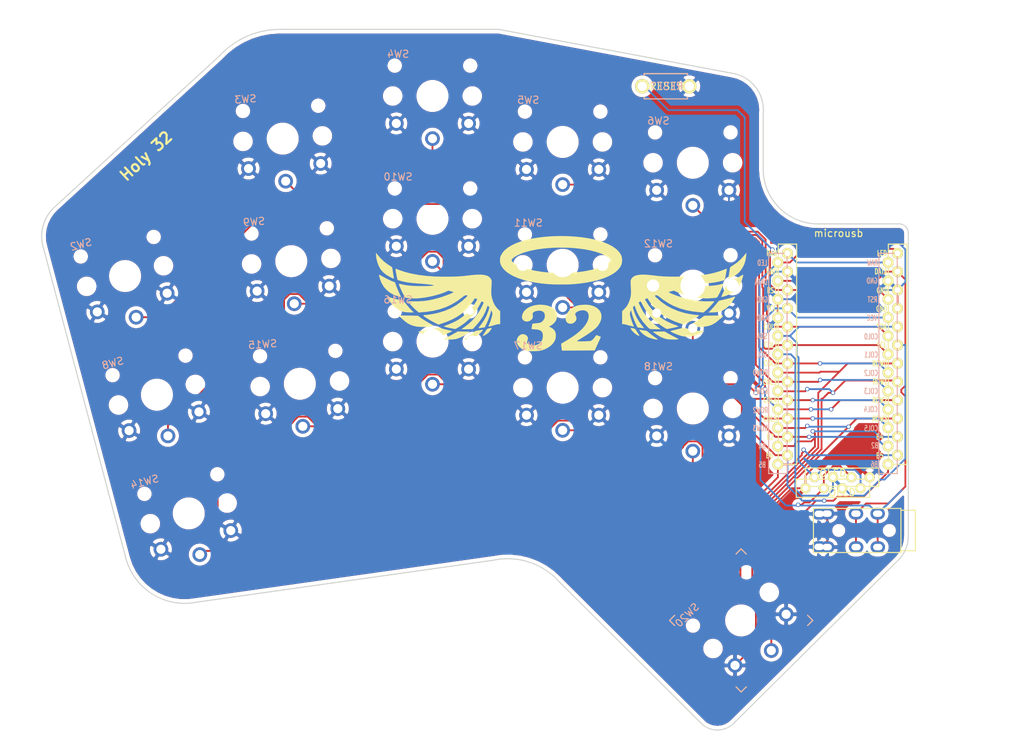
<source format=kicad_pcb>
(kicad_pcb (version 20171130) (host pcbnew 5.1.10)
  (title_block (title hypergolic) (date 2020-12-26) (rev 0.1) (company broomlabs))
  (layers (0 F.Cu signal) (31 B.Cu signal) (34 B.Paste user) (35 F.Paste user) (36 B.SilkS user) (37 F.SilkS user) (38 B.Mask user) (39 F.Mask user) (44 Edge.Cuts user))
  (net 0 "")
  (net 1 reset)
  (net 2 gnd)
  (net 3 vcc)
  (net 4 Switch18)
  (net 5 Switch1)
  (net 6 Switch2)
  (net 7 Switch3)
  (net 8 Switch4)
  (net 9 Switch5)
  (net 10 Switch6)
  (net 11 Switch7)
  (net 12 Switch8)
  (net 13 Switch9)
  (net 14 Switch10)
  (net 15 Switch11)
  (net 16 Switch12)
  (net 17 Switch13)
  (net 18 Switch14)
  (net 19 Switch15)
  (net 20 Switch16)
  (net 21 Switch17)
  (net 22 raw)
  (module Kailh:SW_PG1350_rev_DPB (layer F.Cu) (at 116 31.92)
    (fp_text reference SW6 hide)
    (fp_text value SW_Push hide)
    (fp_text user %R (at -4.76 -5.8) (layer B.SilkS) (effects (justify mirror)))
    (pad "" np_thru_hole circle (at -5.5 0) (size 1.7018 1.7018) (drill 1.7018) (layers *.Cu *.Mask))
    (pad "" np_thru_hole circle (at 5.5 0) (size 1.7018 1.7018) (drill 1.7018) (layers *.Cu *.Mask))
    (pad "" np_thru_hole circle (at 5.22 -4.2) (size 0.9906 0.9906) (drill 0.9906) (layers *.Cu *.Mask))
    (pad 1 thru_hole circle (at 0 5.9) (size 2.032 2.032) (drill 1.27) (layers *.Cu *.Mask) (net 9 Switch5))
    (pad 2 thru_hole circle (at -5 3.8) (size 2.032 2.032) (drill 1.27) (layers *.Cu *.Mask) (net 2 gnd))
    (pad "" np_thru_hole circle (at 0 0) (size 3.429 3.429) (drill 3.429) (layers *.Cu *.Mask))
    (pad 2 thru_hole circle (at 5 3.8) (size 2.032 2.032) (drill 1.27) (layers *.Cu *.Mask) (net 2 gnd))
    (pad "" np_thru_hole circle (at -5.22 -4.2) (size 0.9906 0.9906) (drill 0.9906) (layers *.Cu *.Mask))
  )
  (module kbd:OLED_1side (layer F.Cu) (at 140.462 75.438 180)
    (fp_text reference OLED1)
    (fp_text value Conn_01x04 hide)
    (fp_text user OLED (at 3.8 -2.1) (layer F.SilkS))
    (pad 1 thru_hole circle (at 0 0 180) (size 1.397 1.397) (drill 0.8128) (layers *.Cu *.Mask F.SilkS) (net 2 gnd))
    (pad 2 thru_hole circle (at 2.54 0 180) (size 1.397 1.397) (drill 0.8128) (layers *.Cu *.Mask F.SilkS) (net 3 vcc))
    (pad 3 thru_hole circle (at 5.08 0 180) (size 1.397 1.397) (drill 0.8128) (layers *.Cu *.Mask F.SilkS) (net 16 Switch12))
    (pad 4 thru_hole circle (at 7.62 0 180) (size 1.397 1.397) (drill 0.8128) (layers *.Cu *.Mask F.SilkS) (net 15 Switch11))
  )
  (module kbd:OLED_1side (layer F.Cu) (at 131.572 76.962)
    (fp_text reference OLED1)
    (fp_text value Conn_01x04 hide)
    (fp_text user OLED (at 3.8 -2.1) (layer F.SilkS))
    (pad 4 thru_hole circle (at 7.62 0) (size 1.397 1.397) (drill 0.8128) (layers *.Cu *.Mask F.SilkS) (net 15 Switch11))
    (pad 3 thru_hole circle (at 5.08 0) (size 1.397 1.397) (drill 0.8128) (layers *.Cu *.Mask F.SilkS) (net 16 Switch12))
    (pad 2 thru_hole circle (at 2.54 0) (size 1.397 1.397) (drill 0.8128) (layers *.Cu *.Mask F.SilkS) (net 3 vcc))
    (pad 1 thru_hole circle (at 0 0) (size 1.397 1.397) (drill 0.8128) (layers *.Cu *.Mask F.SilkS) (net 2 gnd))
  )
  (module kbd:32_silk (layer F.Cu) (at 97.79 50.038)
    (fp_text reference G*** hide)
    (fp_text value LOGO hide)
  )
  (module Kailh:TRRS-PJ-DPB2 (layer F.Cu) (at 144.78 82.804 270)
    (fp_text reference Jack0 hide)
    (fp_text value TRRS hide)
    (pad R1 thru_hole oval (at -2.33 6.22 90) (size 1.6 2) (drill oval 0.9 1.3) (layers *.Cu *.Mask) (net 4 Switch18))
    (pad R2 thru_hole oval (at -2.33 3.22 90) (size 1.6 2) (drill oval 0.9 1.3) (layers *.Cu *.Mask) (net 3 vcc))
    (pad T thru_hole oval (at -2.33 10.22 90) (size 1.6 2) (drill oval 0.9 1.3) (layers *.Cu *.Mask) (net 2 gnd))
    (pad S thru_hole oval (at 2.27 11.32 90) (size 1.6 2) (drill oval 0.9 1.3) (layers *.Cu *.Mask) (net 2 gnd))
    (pad S thru_hole oval (at -2.3 11.3 270) (size 1.6 2) (drill oval 0.9 1.3) (layers *.Cu *.Mask) (net 2 gnd))
    (pad T thru_hole oval (at 2.3 10.2 270) (size 1.6 2) (drill oval 0.9 1.3) (layers *.Cu *.Mask) (net 2 gnd))
    (pad R2 thru_hole oval (at 2.3 3.2 270) (size 1.6 2) (drill oval 0.9 1.3) (layers *.Cu *.Mask) (net 3 vcc))
    (pad "" np_thru_hole circle (at 0 8.6 270) (size 0.8 0.8) (drill 0.8) (layers *.Cu *.Mask))
    (pad "" np_thru_hole circle (at 0 1.6 270) (size 0.8 0.8) (drill 0.8) (layers *.Cu *.Mask))
    (pad R1 thru_hole oval (at 2.3 6.2 270) (size 1.6 2) (drill oval 0.9 1.3) (layers *.Cu *.Mask) (net 4 Switch18))
  )
  (module Kailh:SW_PG1350_15_reversible_b2 (layer F.Cu) (at 122.682 95.25 45)
    (fp_text reference SW20 hide)
    (fp_text value SW_Push hide)
    (fp_text user %R (at -4.76 -5.8 45) (layer B.SilkS) (effects (justify mirror)))
    (pad "" np_thru_hole circle (at -5.5 0 45) (size 1.7018 1.7018) (drill 1.7018) (layers *.Cu *.Mask))
    (pad "" np_thru_hole circle (at 5.5 0 45) (size 1.7018 1.7018) (drill 1.7018) (layers *.Cu *.Mask))
    (pad "" np_thru_hole circle (at 5.22 -4.2 45) (size 0.9906 0.9906) (drill 0.9906) (layers *.Cu *.Mask))
    (pad 1 thru_hole circle (at 0 5.9 45) (size 2.032 2.032) (drill 1.27) (layers *.Cu *.Mask) (net 13 Switch9))
    (pad 2 thru_hole circle (at -5 3.8 45) (size 2.032 2.032) (drill 1.27) (layers *.Cu *.Mask) (net 2 gnd))
    (pad "" np_thru_hole circle (at 0 0 45) (size 3.429 3.429) (drill 3.429) (layers *.Cu *.Mask))
    (pad 2 thru_hole circle (at 5 3.8 45) (size 2.032 2.032) (drill 1.27) (layers *.Cu *.Mask) (net 2 gnd))
    (pad "" np_thru_hole circle (at -5.22 -4.2 45) (size 0.9906 0.9906) (drill 0.9906) (layers *.Cu *.Mask))
  )
  (module Kailh:SW_PG1350_rev_DPB (layer F.Cu) (at 116 48.92)
    (fp_text reference SW12 hide)
    (fp_text value SW_Push hide)
    (fp_text user %R (at -4.76 -5.8) (layer B.SilkS) (effects (justify mirror)))
    (pad "" np_thru_hole circle (at -5.5 0) (size 1.7018 1.7018) (drill 1.7018) (layers *.Cu *.Mask))
    (pad "" np_thru_hole circle (at 5.5 0) (size 1.7018 1.7018) (drill 1.7018) (layers *.Cu *.Mask))
    (pad "" np_thru_hole circle (at 5.22 -4.2) (size 0.9906 0.9906) (drill 0.9906) (layers *.Cu *.Mask))
    (pad 1 thru_hole circle (at 0 5.9) (size 2.032 2.032) (drill 1.27) (layers *.Cu *.Mask) (net 14 Switch10))
    (pad 2 thru_hole circle (at -5 3.8) (size 2.032 2.032) (drill 1.27) (layers *.Cu *.Mask) (net 2 gnd))
    (pad "" np_thru_hole circle (at 0 0) (size 3.429 3.429) (drill 3.429) (layers *.Cu *.Mask))
    (pad 2 thru_hole circle (at 5 3.8) (size 2.032 2.032) (drill 1.27) (layers *.Cu *.Mask) (net 2 gnd))
    (pad "" np_thru_hole circle (at -5.22 -4.2) (size 0.9906 0.9906) (drill 0.9906) (layers *.Cu *.Mask))
  )
  (module kbd:ProMicro_v2 (layer F.Cu) (at 136.652 58.928)
    (fp_text reference U1 hide)
    (fp_text value ProMicro-kbd hide)
    (fp_text user microusb (at -0.5 -17.25) (layer F.SilkS))
    (fp_text user RAW (at -9.7155 -14.478) (layer F.SilkS) (effects (font (size 0.75 0.5) (thickness 0.125))))
    (fp_text user LED (at 5.5 -14.478) (layer F.SilkS) (effects (font (size 0.75 0.5) (thickness 0.125))))
    (fp_text user GND (at -9.7155 -11.938) (layer F.SilkS) (effects (font (size 0.75 0.5) (thickness 0.125))))
    (fp_text user DATA (at 5.35 -11.95) (layer F.SilkS) (effects (font (size 0.75 0.5) (thickness 0.125))))
    (fp_text user RST (at -9.7155 -9.3345) (layer F.SilkS) (effects (font (size 0.75 0.5) (thickness 0.125))))
    (fp_text user GND (at 5.5245 -9.3345) (layer F.SilkS) (effects (font (size 0.75 0.5) (thickness 0.125))))
    (fp_text user VCC (at -9.7155 -6.858) (layer F.SilkS) (effects (font (size 0.75 0.5) (thickness 0.125))))
    (fp_text user GND (at 5.461 -6.7945) (layer F.SilkS) (effects (font (size 0.75 0.5) (thickness 0.125))))
    (fp_text user COL3 (at -10 3.35) (layer F.SilkS) (effects (font (size 0.75 0.5) (thickness 0.125))))
    (fp_text user ROW0 (at 5.2 0.8) (layer F.SilkS) (effects (font (size 0.75 0.5) (thickness 0.125))))
    (fp_text user COL2 (at -9.9 0.762) (layer F.SilkS) (effects (font (size 0.75 0.5) (thickness 0.125))))
    (fp_text user SCL (at 5.461 -1.778) (layer F.SilkS) (effects (font (size 0.75 0.5) (thickness 0.125))))
    (fp_text user COL1 (at -9.85 -1.778) (layer F.SilkS) (effects (font (size 0.75 0.5) (thickness 0.125))))
    (fp_text user SDA (at 5.461 -4.318) (layer F.SilkS) (effects (font (size 0.75 0.5) (thickness 0.125))))
    (fp_text user COL0 (at -9.9 -4.3) (layer F.SilkS) (effects (font (size 0.75 0.5) (thickness 0.125))))
    (fp_text user B6 (at -10.05 13.5) (layer F.SilkS) (effects (font (size 0.75 0.5) (thickness 0.125))))
    (fp_text user B5 (at 5.2 13.5255) (layer F.SilkS) (effects (font (size 0.75 0.5) (thickness 0.125))))
    (fp_text user B4 (at 5.2 10.922) (layer F.SilkS) (effects (font (size 0.75 0.5) (thickness 0.125))))
    (fp_text user B2 (at -9.95 10.95) (layer F.SilkS) (effects (font (size 0.75 0.5) (thickness 0.125))))
    (fp_text user ROW3 (at 5.2 8.4455) (layer F.SilkS) (effects (font (size 0.75 0.5) (thickness 0.125))))
    (fp_text user COL5 (at -9.95 8.4455) (layer F.SilkS) (effects (font (size 0.75 0.5) (thickness 0.125))))
    (fp_text user ROW2 (at 5.2 5.85) (layer F.SilkS) (effects (font (size 0.75 0.5) (thickness 0.125))))
    (fp_text user COL4 (at -9.95 5.85) (layer F.SilkS) (effects (font (size 0.75 0.5) (thickness 0.125))))
    (fp_text user ROW1 (at 5.25 3.302) (layer F.SilkS) (effects (font (size 0.75 0.5) (thickness 0.125))))
    (fp_text user ROW1 (at -11.3 4.6355) (layer B.SilkS) (effects (font (size 0.75 0.5) (thickness 0.125)) (justify mirror)))
    (fp_text user COL4 (at 3.95 7.112) (layer B.SilkS) (effects (font (size 0.75 0.5) (thickness 0.125)) (justify mirror)))
    (fp_text user ROW2 (at -11.3 7.239) (layer B.SilkS) (effects (font (size 0.75 0.5) (thickness 0.125)) (justify mirror)))
    (fp_text user COL5 (at 4 9.75) (layer B.SilkS) (effects (font (size 0.75 0.5) (thickness 0.125)) (justify mirror)))
    (fp_text user ROW3 (at -11.3 9.75) (layer B.SilkS) (effects (font (size 0.75 0.5) (thickness 0.125)) (justify mirror)))
    (fp_text user B2 (at 4.5085 12.1285) (layer B.SilkS) (effects (font (size 0.75 0.5) (thickness 0.125)) (justify mirror)))
    (fp_text user B4 (at -11.049 12.2555) (layer B.SilkS) (effects (font (size 0.75 0.5) (thickness 0.125)) (justify mirror)))
    (fp_text user B5 (at -11.049 14.7955) (layer B.SilkS) (effects (font (size 0.75 0.5) (thickness 0.125)) (justify mirror)))
    (fp_text user B6 (at 4.445 14.732) (layer B.SilkS) (effects (font (size 0.75 0.5) (thickness 0.125)) (justify mirror)))
    (fp_text user COL0 (at 4 -2.95) (layer B.SilkS) (effects (font (size 0.75 0.5) (thickness 0.125)) (justify mirror)))
    (fp_text user SDA (at -11.049 -2.9845) (layer B.SilkS) (effects (font (size 0.75 0.5) (thickness 0.125)) (justify mirror)))
    (fp_text user COL1 (at 4 -0.4445) (layer B.SilkS) (effects (font (size 0.75 0.5) (thickness 0.125)) (justify mirror)))
    (fp_text user SCL (at -11.049 -0.4445) (layer B.SilkS) (effects (font (size 0.75 0.5) (thickness 0.125)) (justify mirror)))
    (fp_text user COL2 (at 4 2.1) (layer B.SilkS) (effects (font (size 0.75 0.5) (thickness 0.125)) (justify mirror)))
    (fp_text user ROW0 (at -11.3 2.032) (layer B.SilkS) (effects (font (size 0.75 0.5) (thickness 0.125)) (justify mirror)))
    (fp_text user COL3 (at 4 4.6) (layer B.SilkS) (effects (font (size 0.75 0.5) (thickness 0.125)) (justify mirror)))
    (fp_text user GND (at -11.049 -5.5245) (layer B.SilkS) (effects (font (size 0.75 0.5) (thickness 0.125)) (justify mirror)))
    (fp_text user VCC (at 4.1275 -5.5245) (layer B.SilkS) (effects (font (size 0.75 0.5) (thickness 0.125)) (justify mirror)))
    (fp_text user GND (at -11.049 -8.0645) (layer B.SilkS) (effects (font (size 0.75 0.5) (thickness 0.125)) (justify mirror)))
    (fp_text user RST (at 4.191 -8.0645) (layer B.SilkS) (effects (font (size 0.75 0.5) (thickness 0.125)) (justify mirror)))
    (fp_text user DATA (at -11.2 -10.5) (layer B.SilkS) (effects (font (size 0.75 0.5) (thickness 0.125)) (justify mirror)))
    (fp_text user GND (at 4.1275 -10.668) (layer B.SilkS) (effects (font (size 0.75 0.5) (thickness 0.125)) (justify mirror)))
    (fp_text user LED (at -11.049 -13.1445) (layer B.SilkS) (effects (font (size 0.75 0.5) (thickness 0.125)) (justify mirror)))
    (fp_text user RAW (at 4.191 -13.1445) (layer B.SilkS) (effects (font (size 0.75 0.5) (thickness 0.125)) (justify mirror)))
    (pad 24 thru_hole circle (at 6.35 -13.208) (size 1.524 1.524) (drill 0.8128) (layers *.Cu *.Mask F.SilkS) (net 22 raw))
    (pad 23 thru_hole circle (at 6.35 -10.668) (size 1.524 1.524) (drill 0.8128) (layers *.Cu *.Mask F.SilkS) (net 2 gnd))
    (pad 22 thru_hole circle (at 6.35 -8.128) (size 1.524 1.524) (drill 0.8128) (layers *.Cu *.Mask F.SilkS) (net 1 reset))
    (pad 21 thru_hole circle (at 6.35 -5.588) (size 1.524 1.524) (drill 0.8128) (layers *.Cu *.Mask F.SilkS) (net 3 vcc))
    (pad 20 thru_hole circle (at 6.35 -3.048) (size 1.524 1.524) (drill 0.8128) (layers *.Cu *.Mask F.SilkS) (net 9 Switch5))
    (pad 19 thru_hole circle (at 6.35 -0.508) (size 1.524 1.524) (drill 0.8128) (layers *.Cu *.Mask F.SilkS) (net 8 Switch4))
    (pad 18 thru_hole circle (at 6.35 2.032) (size 1.524 1.524) (drill 0.8128) (layers *.Cu *.Mask F.SilkS) (net 7 Switch3))
    (pad 17 thru_hole circle (at 6.35 4.572) (size 1.524 1.524) (drill 0.8128) (layers *.Cu *.Mask F.SilkS) (net 6 Switch2))
    (pad 16 thru_hole circle (at 6.35 7.112) (size 1.524 1.524) (drill 0.8128) (layers *.Cu *.Mask F.SilkS) (net 10 Switch6))
    (pad 15 thru_hole circle (at 6.35 9.652) (size 1.524 1.524) (drill 0.8128) (layers *.Cu *.Mask F.SilkS) (net 11 Switch7))
    (pad 14 thru_hole circle (at 6.35 12.192) (size 1.524 1.524) (drill 0.8128) (layers *.Cu *.Mask F.SilkS) (net 12 Switch8))
    (pad 13 thru_hole circle (at 6.35 14.732) (size 1.524 1.524) (drill 0.8128) (layers *.Cu *.Mask F.SilkS) (net 13 Switch9))
    (pad 12 thru_hole circle (at -8.89 14.732) (size 1.524 1.524) (drill 0.8128) (layers *.Cu *.Mask F.SilkS) (net 21 Switch17))
    (pad 11 thru_hole circle (at -8.89 12.192) (size 1.524 1.524) (drill 0.8128) (layers *.Cu *.Mask F.SilkS) (net 20 Switch16))
    (pad 10 thru_hole circle (at -8.89 9.652) (size 1.524 1.524) (drill 0.8128) (layers *.Cu *.Mask F.SilkS) (net 19 Switch15))
    (pad 9 thru_hole circle (at -8.89 7.112) (size 1.524 1.524) (drill 0.8128) (layers *.Cu *.Mask F.SilkS) (net 5 Switch1))
    (pad 8 thru_hole circle (at -8.89 4.572) (size 1.524 1.524) (drill 0.8128) (layers *.Cu *.Mask F.SilkS) (net 18 Switch14))
    (pad 7 thru_hole circle (at -8.89 2.032) (size 1.524 1.524) (drill 0.8128) (layers *.Cu *.Mask F.SilkS) (net 17 Switch13))
    (pad 6 thru_hole circle (at -8.89 -0.508) (size 1.524 1.524) (drill 0.8128) (layers *.Cu *.Mask F.SilkS) (net 16 Switch12))
    (pad 5 thru_hole circle (at -8.89 -3.048) (size 1.524 1.524) (drill 0.8128) (layers *.Cu *.Mask F.SilkS) (net 15 Switch11))
    (pad 4 thru_hole circle (at -8.89 -5.588) (size 1.524 1.524) (drill 0.8128) (layers *.Cu *.Mask F.SilkS) (net 2 gnd))
    (pad 3 thru_hole circle (at -8.89 -8.128) (size 1.524 1.524) (drill 0.8128) (layers *.Cu *.Mask F.SilkS) (net 2 gnd))
    (pad 2 thru_hole circle (at -8.89 -10.668) (size 1.524 1.524) (drill 0.8128) (layers *.Cu *.Mask F.SilkS) (net 4 Switch18))
    (pad 1 thru_hole circle (at -8.89 -13.208) (size 1.524 1.524) (drill 0.8128) (layers *.Cu *.Mask F.SilkS) (net 14 Switch10))
    (pad 1 thru_hole circle (at 7.6564 -14.478) (size 1.524 1.524) (drill 0.8128) (layers *.Cu *.Mask F.SilkS) (net 14 Switch10))
    (pad 2 thru_hole circle (at 7.6564 -11.938) (size 1.524 1.524) (drill 0.8128) (layers *.Cu *.Mask F.SilkS) (net 4 Switch18))
    (pad 3 thru_hole circle (at 7.6564 -9.398) (size 1.524 1.524) (drill 0.8128) (layers *.Cu *.Mask F.SilkS) (net 2 gnd))
    (pad 4 thru_hole circle (at 7.6564 -6.858) (size 1.524 1.524) (drill 0.8128) (layers *.Cu *.Mask F.SilkS) (net 2 gnd))
    (pad 5 thru_hole circle (at 7.6564 -4.318) (size 1.524 1.524) (drill 0.8128) (layers *.Cu *.Mask F.SilkS) (net 15 Switch11))
    (pad 6 thru_hole circle (at 7.6564 -1.778) (size 1.524 1.524) (drill 0.8128) (layers *.Cu *.Mask F.SilkS) (net 16 Switch12))
    (pad 7 thru_hole circle (at 7.6564 0.762) (size 1.524 1.524) (drill 0.8128) (layers *.Cu *.Mask F.SilkS) (net 17 Switch13))
    (pad 8 thru_hole circle (at 7.6564 3.302) (size 1.524 1.524) (drill 0.8128) (layers *.Cu *.Mask F.SilkS) (net 18 Switch14))
    (pad 9 thru_hole circle (at 7.6564 5.842) (size 1.524 1.524) (drill 0.8128) (layers *.Cu *.Mask F.SilkS) (net 5 Switch1))
    (pad 10 thru_hole circle (at 7.6564 8.382) (size 1.524 1.524) (drill 0.8128) (layers *.Cu *.Mask F.SilkS) (net 19 Switch15))
    (pad 11 thru_hole circle (at 7.6564 10.922) (size 1.524 1.524) (drill 0.8128) (layers *.Cu *.Mask F.SilkS) (net 20 Switch16))
    (pad 12 thru_hole circle (at 7.6564 13.462) (size 1.524 1.524) (drill 0.8128) (layers *.Cu *.Mask F.SilkS) (net 21 Switch17))
    (pad 13 thru_hole circle (at -7.5636 13.462) (size 1.524 1.524) (drill 0.8128) (layers *.Cu *.Mask F.SilkS) (net 13 Switch9))
    (pad 14 thru_hole circle (at -7.5636 10.922) (size 1.524 1.524) (drill 0.8128) (layers *.Cu *.Mask F.SilkS) (net 12 Switch8))
    (pad 15 thru_hole circle (at -7.5636 8.382) (size 1.524 1.524) (drill 0.8128) (layers *.Cu *.Mask F.SilkS) (net 11 Switch7))
    (pad 16 thru_hole circle (at -7.5636 5.842) (size 1.524 1.524) (drill 0.8128) (layers *.Cu *.Mask F.SilkS) (net 10 Switch6))
    (pad 17 thru_hole circle (at -7.5636 3.302) (size 1.524 1.524) (drill 0.8128) (layers *.Cu *.Mask F.SilkS) (net 6 Switch2))
    (pad 18 thru_hole circle (at -7.5636 0.762) (size 1.524 1.524) (drill 0.8128) (layers *.Cu *.Mask F.SilkS) (net 7 Switch3))
    (pad 19 thru_hole circle (at -7.5636 -1.778) (size 1.524 1.524) (drill 0.8128) (layers *.Cu *.Mask F.SilkS) (net 8 Switch4))
    (pad 20 thru_hole circle (at -7.5636 -4.318) (size 1.524 1.524) (drill 0.8128) (layers *.Cu *.Mask F.SilkS) (net 9 Switch5))
    (pad 21 thru_hole circle (at -7.5636 -6.858) (size 1.524 1.524) (drill 0.8128) (layers *.Cu *.Mask F.SilkS) (net 3 vcc))
    (pad 22 thru_hole circle (at -7.5636 -9.398) (size 1.524 1.524) (drill 0.8128) (layers *.Cu *.Mask F.SilkS) (net 1 reset))
    (pad 23 thru_hole circle (at -7.5636 -11.938) (size 1.524 1.524) (drill 0.8128) (layers *.Cu *.Mask F.SilkS) (net 2 gnd))
    (pad 24 thru_hole circle (at -7.5636 -14.478) (size 1.524 1.524) (drill 0.8128) (layers *.Cu *.Mask F.SilkS) (net 22 raw))
  )
  (module Kailh:SW_PG1350_rev_DPB (layer F.Cu) (at 116 65.92)
    (fp_text reference SW18 hide)
    (fp_text value SW_Push hide)
    (fp_text user %R (at -4.76 -5.8) (layer B.SilkS) (effects (justify mirror)))
    (pad "" np_thru_hole circle (at -5.5 0) (size 1.7018 1.7018) (drill 1.7018) (layers *.Cu *.Mask))
    (pad "" np_thru_hole circle (at 5.5 0) (size 1.7018 1.7018) (drill 1.7018) (layers *.Cu *.Mask))
    (pad "" np_thru_hole circle (at 5.22 -4.2) (size 0.9906 0.9906) (drill 0.9906) (layers *.Cu *.Mask))
    (pad 1 thru_hole circle (at 0 5.9) (size 2.032 2.032) (drill 1.27) (layers *.Cu *.Mask) (net 19 Switch15))
    (pad 2 thru_hole circle (at -5 3.8) (size 2.032 2.032) (drill 1.27) (layers *.Cu *.Mask) (net 2 gnd))
    (pad "" np_thru_hole circle (at 0 0) (size 3.429 3.429) (drill 3.429) (layers *.Cu *.Mask))
    (pad 2 thru_hole circle (at 5 3.8) (size 2.032 2.032) (drill 1.27) (layers *.Cu *.Mask) (net 2 gnd))
    (pad "" np_thru_hole circle (at -5.22 -4.2) (size 0.9906 0.9906) (drill 0.9906) (layers *.Cu *.Mask))
  )
  (module Kailh:SW_PG1350_rev_DPB (layer F.Cu) (at 98 63.045)
    (fp_text reference SW17 hide)
    (fp_text value SW_Push hide)
    (fp_text user %R (at -4.76 -5.8) (layer B.SilkS) (effects (justify mirror)))
    (pad "" np_thru_hole circle (at -5.5 0) (size 1.7018 1.7018) (drill 1.7018) (layers *.Cu *.Mask))
    (pad "" np_thru_hole circle (at 5.5 0) (size 1.7018 1.7018) (drill 1.7018) (layers *.Cu *.Mask))
    (pad "" np_thru_hole circle (at 5.22 -4.2) (size 0.9906 0.9906) (drill 0.9906) (layers *.Cu *.Mask))
    (pad 1 thru_hole circle (at 0 5.9) (size 2.032 2.032) (drill 1.27) (layers *.Cu *.Mask) (net 18 Switch14))
    (pad 2 thru_hole circle (at -5 3.8) (size 2.032 2.032) (drill 1.27) (layers *.Cu *.Mask) (net 2 gnd))
    (pad "" np_thru_hole circle (at 0 0) (size 3.429 3.429) (drill 3.429) (layers *.Cu *.Mask))
    (pad 2 thru_hole circle (at 5 3.8) (size 2.032 2.032) (drill 1.27) (layers *.Cu *.Mask) (net 2 gnd))
    (pad "" np_thru_hole circle (at -5.22 -4.2) (size 0.9906 0.9906) (drill 0.9906) (layers *.Cu *.Mask))
  )
  (module Kailh:SW_PG1350_rev_DPB (layer F.Cu) (at 80 56.67)
    (fp_text reference SW16 hide)
    (fp_text value SW_Push hide)
    (fp_text user %R (at -4.76 -5.8) (layer B.SilkS) (effects (justify mirror)))
    (pad "" np_thru_hole circle (at -5.5 0) (size 1.7018 1.7018) (drill 1.7018) (layers *.Cu *.Mask))
    (pad "" np_thru_hole circle (at 5.5 0) (size 1.7018 1.7018) (drill 1.7018) (layers *.Cu *.Mask))
    (pad "" np_thru_hole circle (at 5.22 -4.2) (size 0.9906 0.9906) (drill 0.9906) (layers *.Cu *.Mask))
    (pad 1 thru_hole circle (at 0 5.9) (size 2.032 2.032) (drill 1.27) (layers *.Cu *.Mask) (net 17 Switch13))
    (pad 2 thru_hole circle (at -5 3.8) (size 2.032 2.032) (drill 1.27) (layers *.Cu *.Mask) (net 2 gnd))
    (pad "" np_thru_hole circle (at 0 0) (size 3.429 3.429) (drill 3.429) (layers *.Cu *.Mask))
    (pad 2 thru_hole circle (at 5 3.8) (size 2.032 2.032) (drill 1.27) (layers *.Cu *.Mask) (net 2 gnd))
    (pad "" np_thru_hole circle (at -5.22 -4.2) (size 0.9906 0.9906) (drill 0.9906) (layers *.Cu *.Mask))
  )
  (module Kailh:SW_PG1350_rev_DPB (layer F.Cu) (at 61.6573 62.5037 4)
    (fp_text reference SW15 hide)
    (fp_text value SW_Push hide)
    (fp_text user %R (at -4.76 -5.8 4) (layer B.SilkS) (effects (justify mirror)))
    (pad "" np_thru_hole circle (at -5.5 0 4) (size 1.7018 1.7018) (drill 1.7018) (layers *.Cu *.Mask))
    (pad "" np_thru_hole circle (at 5.5 0 4) (size 1.7018 1.7018) (drill 1.7018) (layers *.Cu *.Mask))
    (pad "" np_thru_hole circle (at 5.22 -4.2 4) (size 0.9906 0.9906) (drill 0.9906) (layers *.Cu *.Mask))
    (pad 1 thru_hole circle (at 0 5.9 4) (size 2.032 2.032) (drill 1.27) (layers *.Cu *.Mask) (net 20 Switch16))
    (pad 2 thru_hole circle (at -5 3.8 4) (size 2.032 2.032) (drill 1.27) (layers *.Cu *.Mask) (net 2 gnd))
    (pad "" np_thru_hole circle (at 0 0 4) (size 3.429 3.429) (drill 3.429) (layers *.Cu *.Mask))
    (pad 2 thru_hole circle (at 5 3.8 4) (size 2.032 2.032) (drill 1.27) (layers *.Cu *.Mask) (net 2 gnd))
    (pad "" np_thru_hole circle (at -5.22 -4.2 4) (size 0.9906 0.9906) (drill 0.9906) (layers *.Cu *.Mask))
  )
  (module Kailh:SW_PG1350_rev_DPB (layer F.Cu) (at 46.2925 80.4417 15)
    (fp_text reference SW14 hide)
    (fp_text value SW_Push hide)
    (fp_text user %R (at -4.76 -5.8 15) (layer B.SilkS) (effects (justify mirror)))
    (pad "" np_thru_hole circle (at -5.5 0 15) (size 1.7018 1.7018) (drill 1.7018) (layers *.Cu *.Mask))
    (pad "" np_thru_hole circle (at 5.5 0 15) (size 1.7018 1.7018) (drill 1.7018) (layers *.Cu *.Mask))
    (pad "" np_thru_hole circle (at 5.22 -4.2 15) (size 0.9906 0.9906) (drill 0.9906) (layers *.Cu *.Mask))
    (pad 1 thru_hole circle (at 0 5.9 15) (size 2.032 2.032) (drill 1.27) (layers *.Cu *.Mask) (net 21 Switch17))
    (pad 2 thru_hole circle (at -5 3.8 15) (size 2.032 2.032) (drill 1.27) (layers *.Cu *.Mask) (net 2 gnd))
    (pad "" np_thru_hole circle (at 0 0 15) (size 3.429 3.429) (drill 3.429) (layers *.Cu *.Mask))
    (pad 2 thru_hole circle (at 5 3.8 15) (size 2.032 2.032) (drill 1.27) (layers *.Cu *.Mask) (net 2 gnd))
    (pad "" np_thru_hole circle (at -5.22 -4.2 15) (size 0.9906 0.9906) (drill 0.9906) (layers *.Cu *.Mask))
  )
  (module Kailh:SW_PG1350_rev_DPB (layer F.Cu) (at 98 46.04)
    (fp_text reference SW11 hide)
    (fp_text value SW_Push hide)
    (fp_text user %R (at -4.76 -5.8) (layer B.SilkS) (effects (justify mirror)))
    (pad "" np_thru_hole circle (at -5.5 0) (size 1.7018 1.7018) (drill 1.7018) (layers *.Cu *.Mask))
    (pad "" np_thru_hole circle (at 5.5 0) (size 1.7018 1.7018) (drill 1.7018) (layers *.Cu *.Mask))
    (pad "" np_thru_hole circle (at 5.22 -4.2) (size 0.9906 0.9906) (drill 0.9906) (layers *.Cu *.Mask))
    (pad 1 thru_hole circle (at 0 5.9) (size 2.032 2.032) (drill 1.27) (layers *.Cu *.Mask) (net 13 Switch9))
    (pad 2 thru_hole circle (at -5 3.8) (size 2.032 2.032) (drill 1.27) (layers *.Cu *.Mask) (net 2 gnd))
    (pad "" np_thru_hole circle (at 0 0) (size 3.429 3.429) (drill 3.429) (layers *.Cu *.Mask))
    (pad 2 thru_hole circle (at 5 3.8) (size 2.032 2.032) (drill 1.27) (layers *.Cu *.Mask) (net 2 gnd))
    (pad "" np_thru_hole circle (at -5.22 -4.2) (size 0.9906 0.9906) (drill 0.9906) (layers *.Cu *.Mask))
  )
  (module Kailh:SW_PG1350_rev_DPB (layer F.Cu) (at 80 39.67)
    (fp_text reference SW10 hide)
    (fp_text value SW_Push hide)
    (fp_text user %R (at -4.76 -5.8) (layer B.SilkS) (effects (justify mirror)))
    (pad "" np_thru_hole circle (at -5.5 0) (size 1.7018 1.7018) (drill 1.7018) (layers *.Cu *.Mask))
    (pad "" np_thru_hole circle (at 5.5 0) (size 1.7018 1.7018) (drill 1.7018) (layers *.Cu *.Mask))
    (pad "" np_thru_hole circle (at 5.22 -4.2) (size 0.9906 0.9906) (drill 0.9906) (layers *.Cu *.Mask))
    (pad 1 thru_hole circle (at 0 5.9) (size 2.032 2.032) (drill 1.27) (layers *.Cu *.Mask) (net 12 Switch8))
    (pad 2 thru_hole circle (at -5 3.8) (size 2.032 2.032) (drill 1.27) (layers *.Cu *.Mask) (net 2 gnd))
    (pad "" np_thru_hole circle (at 0 0) (size 3.429 3.429) (drill 3.429) (layers *.Cu *.Mask))
    (pad 2 thru_hole circle (at 5 3.8) (size 2.032 2.032) (drill 1.27) (layers *.Cu *.Mask) (net 2 gnd))
    (pad "" np_thru_hole circle (at -5.22 -4.2) (size 0.9906 0.9906) (drill 0.9906) (layers *.Cu *.Mask))
  )
  (module Kailh:SW_PG1350_rev_DPB (layer F.Cu) (at 60.4711 45.5402 4)
    (fp_text reference SW9 hide)
    (fp_text value SW_Push hide)
    (fp_text user %R (at -4.76 -5.8 4) (layer B.SilkS) (effects (justify mirror)))
    (pad "" np_thru_hole circle (at -5.5 0 4) (size 1.7018 1.7018) (drill 1.7018) (layers *.Cu *.Mask))
    (pad "" np_thru_hole circle (at 5.5 0 4) (size 1.7018 1.7018) (drill 1.7018) (layers *.Cu *.Mask))
    (pad "" np_thru_hole circle (at 5.22 -4.2 4) (size 0.9906 0.9906) (drill 0.9906) (layers *.Cu *.Mask))
    (pad 1 thru_hole circle (at 0 5.9 4) (size 2.032 2.032) (drill 1.27) (layers *.Cu *.Mask) (net 11 Switch7))
    (pad 2 thru_hole circle (at -5 3.8 4) (size 2.032 2.032) (drill 1.27) (layers *.Cu *.Mask) (net 2 gnd))
    (pad "" np_thru_hole circle (at 0 0 4) (size 3.429 3.429) (drill 3.429) (layers *.Cu *.Mask))
    (pad 2 thru_hole circle (at 5 3.8 4) (size 2.032 2.032) (drill 1.27) (layers *.Cu *.Mask) (net 2 gnd))
    (pad "" np_thru_hole circle (at -5.22 -4.2 4) (size 0.9906 0.9906) (drill 0.9906) (layers *.Cu *.Mask))
  )
  (module Kailh:SW_PG1350_rev_DPB (layer F.Cu) (at 41.8913 64.0161 15)
    (fp_text reference SW8 hide)
    (fp_text value SW_Push hide)
    (fp_text user %R (at -4.76 -5.8 15) (layer B.SilkS) (effects (justify mirror)))
    (pad "" np_thru_hole circle (at -5.5 0 15) (size 1.7018 1.7018) (drill 1.7018) (layers *.Cu *.Mask))
    (pad "" np_thru_hole circle (at 5.5 0 15) (size 1.7018 1.7018) (drill 1.7018) (layers *.Cu *.Mask))
    (pad "" np_thru_hole circle (at 5.22 -4.2 15) (size 0.9906 0.9906) (drill 0.9906) (layers *.Cu *.Mask))
    (pad 1 thru_hole circle (at 0 5.9 15) (size 2.032 2.032) (drill 1.27) (layers *.Cu *.Mask) (net 10 Switch6))
    (pad 2 thru_hole circle (at -5 3.8 15) (size 2.032 2.032) (drill 1.27) (layers *.Cu *.Mask) (net 2 gnd))
    (pad "" np_thru_hole circle (at 0 0 15) (size 3.429 3.429) (drill 3.429) (layers *.Cu *.Mask))
    (pad 2 thru_hole circle (at 5 3.8 15) (size 2.032 2.032) (drill 1.27) (layers *.Cu *.Mask) (net 2 gnd))
    (pad "" np_thru_hole circle (at -5.22 -4.2 15) (size 0.9906 0.9906) (drill 0.9906) (layers *.Cu *.Mask))
  )
  (module Kailh:SW_PG1350_rev_DPB (layer F.Cu) (at 98 29.04)
    (fp_text reference SW5 hide)
    (fp_text value SW_Push hide)
    (fp_text user %R (at -4.76 -5.8) (layer B.SilkS) (effects (justify mirror)))
    (pad "" np_thru_hole circle (at -5.5 0) (size 1.7018 1.7018) (drill 1.7018) (layers *.Cu *.Mask))
    (pad "" np_thru_hole circle (at 5.5 0) (size 1.7018 1.7018) (drill 1.7018) (layers *.Cu *.Mask))
    (pad "" np_thru_hole circle (at 5.22 -4.2) (size 0.9906 0.9906) (drill 0.9906) (layers *.Cu *.Mask))
    (pad 1 thru_hole circle (at 0 5.9) (size 2.032 2.032) (drill 1.27) (layers *.Cu *.Mask) (net 8 Switch4))
    (pad 2 thru_hole circle (at -5 3.8) (size 2.032 2.032) (drill 1.27) (layers *.Cu *.Mask) (net 2 gnd))
    (pad "" np_thru_hole circle (at 0 0) (size 3.429 3.429) (drill 3.429) (layers *.Cu *.Mask))
    (pad 2 thru_hole circle (at 5 3.8) (size 2.032 2.032) (drill 1.27) (layers *.Cu *.Mask) (net 2 gnd))
    (pad "" np_thru_hole circle (at -5.22 -4.2) (size 0.9906 0.9906) (drill 0.9906) (layers *.Cu *.Mask))
  )
  (module Kailh:SW_PG1350_rev_DPB (layer F.Cu) (at 80 22.68)
    (fp_text reference SW4 hide)
    (fp_text value SW_Push hide)
    (fp_text user %R (at -4.76 -5.8) (layer B.SilkS) (effects (justify mirror)))
    (pad "" np_thru_hole circle (at -5.5 0) (size 1.7018 1.7018) (drill 1.7018) (layers *.Cu *.Mask))
    (pad "" np_thru_hole circle (at 5.5 0) (size 1.7018 1.7018) (drill 1.7018) (layers *.Cu *.Mask))
    (pad "" np_thru_hole circle (at 5.22 -4.2) (size 0.9906 0.9906) (drill 0.9906) (layers *.Cu *.Mask))
    (pad 1 thru_hole circle (at 0 5.9) (size 2.032 2.032) (drill 1.27) (layers *.Cu *.Mask) (net 7 Switch3))
    (pad 2 thru_hole circle (at -5 3.8) (size 2.032 2.032) (drill 1.27) (layers *.Cu *.Mask) (net 2 gnd))
    (pad "" np_thru_hole circle (at 0 0) (size 3.429 3.429) (drill 3.429) (layers *.Cu *.Mask))
    (pad 2 thru_hole circle (at 5 3.8) (size 2.032 2.032) (drill 1.27) (layers *.Cu *.Mask) (net 2 gnd))
    (pad "" np_thru_hole circle (at -5.22 -4.2) (size 0.9906 0.9906) (drill 0.9906) (layers *.Cu *.Mask))
  )
  (module Kailh:SW_PG1350_rev_DPB (layer F.Cu) (at 59.2853 28.5816 4)
    (fp_text reference SW3 hide)
    (fp_text value SW_Push hide)
    (fp_text user %R (at -4.76 -5.8 4) (layer B.SilkS) (effects (justify mirror)))
    (pad "" np_thru_hole circle (at -5.5 0 4) (size 1.7018 1.7018) (drill 1.7018) (layers *.Cu *.Mask))
    (pad "" np_thru_hole circle (at 5.5 0 4) (size 1.7018 1.7018) (drill 1.7018) (layers *.Cu *.Mask))
    (pad "" np_thru_hole circle (at 5.22 -4.2 4) (size 0.9906 0.9906) (drill 0.9906) (layers *.Cu *.Mask))
    (pad 1 thru_hole circle (at 0 5.9 4) (size 2.032 2.032) (drill 1.27) (layers *.Cu *.Mask) (net 6 Switch2))
    (pad 2 thru_hole circle (at -5 3.8 4) (size 2.032 2.032) (drill 1.27) (layers *.Cu *.Mask) (net 2 gnd))
    (pad "" np_thru_hole circle (at 0 0 4) (size 3.429 3.429) (drill 3.429) (layers *.Cu *.Mask))
    (pad 2 thru_hole circle (at 5 3.8 4) (size 2.032 2.032) (drill 1.27) (layers *.Cu *.Mask) (net 2 gnd))
    (pad "" np_thru_hole circle (at -5.22 -4.2 4) (size 0.9906 0.9906) (drill 0.9906) (layers *.Cu *.Mask))
  )
  (module Kailh:SW_PG1350_rev_DPB (layer F.Cu) (at 37.4914 47.5954 15)
    (fp_text reference SW2 hide)
    (fp_text value SW_Push hide)
    (fp_text user %R (at -4.76 -5.8 15) (layer B.SilkS) (effects (justify mirror)))
    (pad "" np_thru_hole circle (at -5.5 0 15) (size 1.7018 1.7018) (drill 1.7018) (layers *.Cu *.Mask))
    (pad "" np_thru_hole circle (at 5.5 0 15) (size 1.7018 1.7018) (drill 1.7018) (layers *.Cu *.Mask))
    (pad "" np_thru_hole circle (at 5.22 -4.2 15) (size 0.9906 0.9906) (drill 0.9906) (layers *.Cu *.Mask))
    (pad 1 thru_hole circle (at 0 5.9 15) (size 2.032 2.032) (drill 1.27) (layers *.Cu *.Mask) (net 5 Switch1))
    (pad 2 thru_hole circle (at -5 3.8 15) (size 2.032 2.032) (drill 1.27) (layers *.Cu *.Mask) (net 2 gnd))
    (pad "" np_thru_hole circle (at 0 0 15) (size 3.429 3.429) (drill 3.429) (layers *.Cu *.Mask))
    (pad 2 thru_hole circle (at 5 3.8 15) (size 2.032 2.032) (drill 1.27) (layers *.Cu *.Mask) (net 2 gnd))
    (pad "" np_thru_hole circle (at -5.22 -4.2 15) (size 0.9906 0.9906) (drill 0.9906) (layers *.Cu *.Mask))
  )
  (module kbd:ResetSW (layer F.Cu) (at 112.268 21.336)
    (fp_text reference RSW1 hide)
    (fp_text value SW_Push)
    (fp_text user RESET (at 0 0) (layer F.SilkS))
    (fp_text user RESET (at 0.127 0) (layer B.SilkS) (effects (justify mirror)))
    (pad 2 thru_hole circle (at -3.25 0) (size 2 2) (drill 1.3) (layers *.Cu *.Mask F.SilkS) (net 1 reset))
    (pad 1 thru_hole circle (at 3.25 0) (size 2 2) (drill 1.3) (layers *.Cu *.Mask F.SilkS) (net 2 gnd))
  )
  (gr_text "Holy 32" (at 40.386 30.988 43) (layer F.SilkS) (effects (font (size 1.5 1.5) (thickness 0.3))))
  (gr_arc (start 90.402694 96.25248) (end 97.536 89.916) (angle -60.47867921) (layer Edge.Cuts) (width 0.15))
  (gr_arc (start 119.395419 107.203419) (end 117.430864 109.743419) (angle -82.72004613) (layer Edge.Cuts) (width 0.15))
  (gr_line (start 97.536 89.916) (end 117.430864 109.743419) (layer Edge.Cuts) (width 0.15))
  (gr_arc (start 141.067427 83.566) (end 144.452128 86.868) (angle -44.29140294) (layer Edge.Cuts) (width 0.15))
  (gr_line (start 145.796 83.566) (end 145.796 78.232) (angle 90) (layer Edge.Cuts) (width 0.15))
  (gr_line (start 89.154 13.462) (end 58.928 13.462) (angle 90) (layer Edge.Cuts) (width 0.15))
  (gr_line (start 47.351453 92.729047) (end 88.403782 86.92299) (layer Edge.Cuts) (width 0.15))
  (gr_arc (start 133.35 32.76461) (end 125.73 32.910151) (angle -90.81459567) (layer Edge.Cuts) (width 0.15))
  (gr_arc (start 120.632493 24.59991) (end 125.73 25.146) (angle -87.32605082) (layer Edge.Cuts) (width 0.15))
  (gr_arc (start 45.724398 84.480346) (end 37.592 86.614) (angle -86.45728758) (layer Edge.Cuts) (width 0.15))
  (gr_line (start 121.666 109.474) (end 144.452128 86.868) (layer Edge.Cuts) (width 0.15))
  (gr_line (start 50.470485 17.20335) (end 27.686 38.1) (angle 90) (layer Edge.Cuts) (width 0.15))
  (gr_arc (start 31.454299 42.103296) (end 27.686 38.1) (angle -65.01678473) (layer Edge.Cuts) (width 0.15))
  (gr_line (start 125.73 32.910151) (end 125.73 25.146) (angle 90) (layer Edge.Cuts) (width 0.15))
  (gr_arc (start 144.526 41.646) (end 145.796 41.656) (angle -94.05555909) (layer Edge.Cuts) (width 0.15))
  (gr_arc (start 58.928 24.892) (end 58.928 13.462) (angle -47.72631099) (layer Edge.Cuts) (width 0.15))
  (gr_line (start 144.446156 40.378473) (end 133.603859 40.381771) (angle 90) (layer Edge.Cuts) (width 0.15))
  (gr_line (start 26.234034 43.828198) (end 37.592 86.614) (angle 90) (layer Edge.Cuts) (width 0.15))
  (gr_line (start 145.796 78.232) (end 145.796 41.656) (angle 90) (layer Edge.Cuts) (width 0.15))
  (gr_line (start 121.415799 19.53343) (end 89.154 13.462) (angle 90) (layer Edge.Cuts) (width 0.15))
  (segment (start 122.174 24.638) (end 123.174953 25.638953) (width 0.25) (layer B.Cu) (net 1))
  (segment (start 112.626 24.638) (end 122.174 24.638) (width 0.25) (layer B.Cu) (net 1))
  (segment (start 108.562 20.574) (end 112.626 24.638) (width 0.25) (layer B.Cu) (net 1))
  (segment (start 141.732 49.53) (end 143.002 50.8) (width 0.25) (layer F.Cu) (net 1))
  (segment (start 129.0884 49.53) (end 141.732 49.53) (width 0.25) (layer F.Cu) (net 1))
  (via (at 127 43.942) (size 0.6) (drill 0.4) (layers F.Cu B.Cu) (net 1))
  (segment (start 127.423238 49.53) (end 129.0884 49.53) (width 0.25) (layer F.Cu) (net 1))
  (segment (start 126.674999 48.781761) (end 127.423238 49.53) (width 0.25) (layer F.Cu) (net 1))
  (segment (start 126.674999 44.267001) (end 126.674999 48.781761) (width 0.25) (layer F.Cu) (net 1))
  (segment (start 127 43.942) (end 126.674999 44.267001) (width 0.25) (layer F.Cu) (net 1))
  (segment (start 127 43.942) (end 123.174953 40.116953) (width 0.25) (layer B.Cu) (net 1))
  (segment (start 123.174953 40.116953) (end 123.174953 39.862953) (width 0.25) (layer B.Cu) (net 1))
  (segment (start 123.174953 25.638953) (end 123.174953 39.862953) (width 0.25) (layer B.Cu) (net 1))
  (segment (start 134.58 80.534) (end 134.58 85.104) (width 0.25) (layer F.Cu) (net 2))
  (segment (start 127.762 50.8) (end 127.762 53.34) (width 0.25) (layer F.Cu) (net 2))
  (segment (start 144.3084 49.8204) (end 144.3084 52.07) (width 0.25) (layer F.Cu) (net 2))
  (segment (start 144.3084 49.53) (end 144.3084 49.8204) (width 0.25) (layer F.Cu) (net 2))
  (segment (start 129.54 50.8) (end 127.762 50.8) (width 0.25) (layer B.Cu) (net 2))
  (segment (start 130.81 49.53) (end 129.54 50.8) (width 0.25) (layer B.Cu) (net 2))
  (segment (start 144.3084 49.53) (end 130.81 49.53) (width 0.25) (layer B.Cu) (net 2))
  (segment (start 126.674999 49.712999) (end 127.762 50.8) (width 0.25) (layer B.Cu) (net 2))
  (segment (start 126.674999 47.738239) (end 126.674999 49.712999) (width 0.25) (layer B.Cu) (net 2))
  (segment (start 127.423238 46.99) (end 126.674999 47.738239) (width 0.25) (layer B.Cu) (net 2))
  (segment (start 129.0884 46.99) (end 127.423238 46.99) (width 0.25) (layer B.Cu) (net 2))
  (segment (start 119.984001 51.704001) (end 121 52.72) (width 0.25) (layer B.Cu) (net 2))
  (segment (start 119.984001 36.735999) (end 119.984001 51.704001) (width 0.25) (layer B.Cu) (net 2))
  (segment (start 121 35.72) (end 119.984001 36.735999) (width 0.25) (layer B.Cu) (net 2))
  (segment (start 124.721501 98.584511) (end 121.833472 101.47254) (width 0.25) (layer F.Cu) (net 2))
  (segment (start 124.721501 93.607911) (end 124.721501 98.584511) (width 0.25) (layer F.Cu) (net 2))
  (segment (start 122.582948 91.469358) (end 124.721501 93.607911) (width 0.25) (layer F.Cu) (net 2))
  (segment (start 122.582948 84.036702) (end 122.582948 91.469358) (width 0.25) (layer F.Cu) (net 2))
  (segment (start 129.65765 76.962) (end 122.582948 84.036702) (width 0.25) (layer F.Cu) (net 2))
  (segment (start 131.572 76.962) (end 129.65765 76.962) (width 0.25) (layer F.Cu) (net 2))
  (segment (start 145.395401 48.442999) (end 145.395401 43.928239) (width 0.25) (layer B.Cu) (net 2))
  (segment (start 144.3084 49.53) (end 145.395401 48.442999) (width 0.25) (layer B.Cu) (net 2))
  (segment (start 121 38.867002) (end 121 35.72) (width 0.25) (layer B.Cu) (net 2))
  (segment (start 127.300001 44.567001) (end 126.699999 44.567001) (width 0.25) (layer B.Cu) (net 2))
  (segment (start 127.625001 44.242001) (end 127.300001 44.567001) (width 0.25) (layer B.Cu) (net 2))
  (segment (start 126.699999 44.567001) (end 121 38.867002) (width 0.25) (layer B.Cu) (net 2))
  (segment (start 138.48799 73.46399) (end 140.462 75.438) (width 0.25) (layer F.Cu) (net 2))
  (segment (start 133.301228 73.46399) (end 138.48799 73.46399) (width 0.25) (layer F.Cu) (net 2))
  (segment (start 131.572 75.193218) (end 133.301228 73.46399) (width 0.25) (layer F.Cu) (net 2))
  (segment (start 131.572 76.962) (end 131.572 75.193218) (width 0.25) (layer F.Cu) (net 2))
  (segment (start 129.326583 42.103419) (end 127.625001 43.805001) (width 0.25) (layer B.Cu) (net 2))
  (segment (start 143.570581 42.103419) (end 129.326583 42.103419) (width 0.25) (layer B.Cu) (net 2))
  (segment (start 145.395401 43.928239) (end 143.570581 42.103419) (width 0.25) (layer B.Cu) (net 2))
  (segment (start 127.625001 43.805001) (end 127.625001 44.242001) (width 0.25) (layer B.Cu) (net 2))
  (segment (start 142.708172 79.40899) (end 144.887401 77.229761) (width 0.25) (layer B.Cu) (net 3))
  (segment (start 142.62501 79.40899) (end 141.56 80.474) (width 0.25) (layer B.Cu) (net 3))
  (segment (start 142.708172 79.40899) (end 142.62501 79.40899) (width 0.25) (layer B.Cu) (net 3))
  (segment (start 141.56 85.084) (end 141.58 85.104) (width 0.25) (layer F.Cu) (net 3))
  (segment (start 141.56 80.474) (end 141.56 85.084) (width 0.25) (layer F.Cu) (net 3))
  (segment (start 137.922 75.438) (end 136.398 73.914) (width 0.25) (layer F.Cu) (net 3))
  (segment (start 134.112 75.184) (end 134.112 76.962) (width 0.25) (layer F.Cu) (net 3))
  (segment (start 135.382 73.914) (end 134.112 75.184) (width 0.25) (layer F.Cu) (net 3))
  (segment (start 136.398 73.914) (end 135.382 73.914) (width 0.25) (layer F.Cu) (net 3))
  (segment (start 130.3584 53.34) (end 143.002 53.34) (width 0.25) (layer B.Cu) (net 3))
  (segment (start 129.0884 52.07) (end 130.3584 53.34) (width 0.25) (layer B.Cu) (net 3))
  (segment (start 140.43499 79.34899) (end 141.56 80.474) (width 0.25) (layer B.Cu) (net 3))
  (segment (start 125.67201 62.632988) (end 125.358999 62.945999) (width 0.25) (layer B.Cu) (net 3))
  (segment (start 125.67201 53.821228) (end 125.67201 62.632988) (width 0.25) (layer B.Cu) (net 3))
  (segment (start 125.358999 62.945999) (end 125.358999 72.900191) (width 0.25) (layer B.Cu) (net 3))
  (segment (start 127.423238 52.07) (end 125.67201 53.821228) (width 0.25) (layer B.Cu) (net 3))
  (segment (start 129.0884 52.07) (end 127.423238 52.07) (width 0.25) (layer B.Cu) (net 3))
  (via (at 130.556 79.248) (size 0.6) (drill 0.4) (layers F.Cu B.Cu) (net 3))
  (segment (start 132.147404 78.926596) (end 131.385404 78.926596) (width 0.25) (layer F.Cu) (net 3))
  (segment (start 134.112 76.962) (end 132.147404 78.926596) (width 0.25) (layer F.Cu) (net 3))
  (segment (start 125.358999 72.900191) (end 125.358999 75.828999) (width 0.25) (layer B.Cu) (net 3))
  (segment (start 128.87899 79.34899) (end 132.48701 79.34899) (width 0.25) (layer B.Cu) (net 3))
  (segment (start 125.358999 75.828999) (end 128.87899 79.34899) (width 0.25) (layer B.Cu) (net 3))
  (segment (start 132.48701 79.34899) (end 140.43499 79.34899) (width 0.25) (layer B.Cu) (net 3))
  (segment (start 131.807798 79.34899) (end 132.48701 79.34899) (width 0.25) (layer B.Cu) (net 3))
  (segment (start 131.064 79.248) (end 131.385404 78.926596) (width 0.25) (layer F.Cu) (net 3))
  (segment (start 130.556 79.248) (end 131.064 79.248) (width 0.25) (layer F.Cu) (net 3))
  (segment (start 138.56 85.084) (end 138.58 85.104) (width 0.25) (layer F.Cu) (net 4))
  (segment (start 138.56 80.474) (end 138.56 85.084) (width 0.25) (layer F.Cu) (net 4))
  (segment (start 139.968999 79.065001) (end 143.048999 79.065001) (width 0.25) (layer F.Cu) (net 4))
  (segment (start 138.56 80.474) (end 139.968999 79.065001) (width 0.25) (layer F.Cu) (net 4))
  (segment (start 142.663238 46.99) (end 144.3084 46.99) (width 0.25) (layer F.Cu) (net 4))
  (segment (start 141.393238 48.26) (end 142.663238 46.99) (width 0.25) (layer F.Cu) (net 4))
  (segment (start 127.762 48.26) (end 141.393238 48.26) (width 0.25) (layer F.Cu) (net 4))
  (segment (start 145.395401 76.718599) (end 144.204 77.91) (width 0.25) (layer F.Cu) (net 4))
  (segment (start 145.395401 64.248239) (end 145.395401 76.718599) (width 0.25) (layer F.Cu) (net 4))
  (segment (start 144.830161 63.317001) (end 144.830161 63.682999) (width 0.25) (layer F.Cu) (net 4))
  (segment (start 145.395401 62.751761) (end 144.830161 63.317001) (width 0.25) (layer F.Cu) (net 4))
  (segment (start 144.830161 63.682999) (end 145.395401 64.248239) (width 0.25) (layer F.Cu) (net 4))
  (segment (start 144.3084 46.99) (end 145.395401 48.077001) (width 0.25) (layer F.Cu) (net 4))
  (segment (start 145.395401 48.077001) (end 145.395401 62.751761) (width 0.25) (layer F.Cu) (net 4))
  (segment (start 144.204 77.91) (end 144.887401 77.226599) (width 0.25) (layer F.Cu) (net 4))
  (segment (start 143.048999 79.065001) (end 144.204 77.91) (width 0.25) (layer F.Cu) (net 4))
  (segment (start 125.984 63.246) (end 125.984 63.246) (width 0.25) (layer F.Cu) (net 5))
  (via (at 125.984 63.246) (size 0.6) (drill 0.4) (layers F.Cu B.Cu) (net 5))
  (segment (start 125.984 64.262) (end 127.762 66.04) (width 0.25) (layer B.Cu) (net 5))
  (segment (start 125.984 63.246) (end 125.984 64.262) (width 0.25) (layer B.Cu) (net 5))
  (segment (start 127.762 66.04) (end 132.334 66.04) (width 0.25) (layer F.Cu) (net 5))
  (segment (start 132.334 66.04) (end 132.334 66.04) (width 0.25) (layer F.Cu) (net 5))
  (via (at 135.128 66.04) (size 0.6) (drill 0.4) (layers F.Cu B.Cu) (net 5))
  (segment (start 132.334 66.04) (end 132.334 66.04) (width 0.25) (layer F.Cu) (net 5))
  (via (at 132.334 66.04) (size 0.6) (drill 0.4) (layers F.Cu B.Cu) (net 5))
  (segment (start 136.398 64.77) (end 135.128 66.04) (width 0.25) (layer F.Cu) (net 5))
  (segment (start 144.3084 64.77) (end 136.398 64.77) (width 0.25) (layer F.Cu) (net 5))
  (segment (start 132.334 66.04) (end 135.128 66.04) (width 0.25) (layer B.Cu) (net 5))
  (segment (start 124.155167 60.655167) (end 125.984 62.484) (width 0.25) (layer F.Cu) (net 5))
  (segment (start 124.155167 43.484833) (end 124.155167 60.655167) (width 0.25) (layer F.Cu) (net 5))
  (segment (start 123.930364 43.26003) (end 124.155167 43.484833) (width 0.25) (layer F.Cu) (net 5))
  (segment (start 39.018432 53.294362) (end 42.209897 53.294362) (width 0.25) (layer F.Cu) (net 5))
  (segment (start 83.94559 37.73002) (end 99.178801 37.730019) (width 0.25) (layer F.Cu) (net 5))
  (segment (start 57.774239 37.73002) (end 77.07798 37.73002) (width 0.25) (layer F.Cu) (net 5))
  (segment (start 83.846069 37.630499) (end 83.94559 37.73002) (width 0.25) (layer F.Cu) (net 5))
  (segment (start 99.178801 37.730019) (end 100.61879 36.29003) (width 0.25) (layer F.Cu) (net 5))
  (segment (start 125.984 62.484) (end 125.984 63.246) (width 0.25) (layer F.Cu) (net 5))
  (segment (start 100.61879 36.29003) (end 107.15603 36.29003) (width 0.25) (layer F.Cu) (net 5))
  (segment (start 42.209897 53.294362) (end 57.774239 37.73002) (width 0.25) (layer F.Cu) (net 5))
  (segment (start 107.15603 36.29003) (end 114.046 43.18) (width 0.25) (layer F.Cu) (net 5))
  (segment (start 77.07798 37.73002) (end 77.177501 37.630499) (width 0.25) (layer F.Cu) (net 5))
  (segment (start 114.046 43.18) (end 114.16877 43.18) (width 0.25) (layer F.Cu) (net 5))
  (segment (start 114.16877 43.18) (end 114.2488 43.26003) (width 0.25) (layer F.Cu) (net 5))
  (segment (start 77.177501 37.630499) (end 83.846069 37.630499) (width 0.25) (layer F.Cu) (net 5))
  (segment (start 114.2488 43.26003) (end 123.930364 43.26003) (width 0.25) (layer F.Cu) (net 5))
  (segment (start 129.0884 62.23) (end 133.35 62.23) (width 0.25) (layer F.Cu) (net 6))
  (segment (start 133.35 62.23) (end 133.604 61.976) (width 0.25) (layer F.Cu) (net 6))
  (segment (start 133.604 61.976) (end 133.604 61.976) (width 0.25) (layer F.Cu) (net 6))
  (via (at 133.604 61.976) (size 0.6) (drill 0.4) (layers F.Cu B.Cu) (net 6))
  (segment (start 141.478 61.976) (end 143.002 63.5) (width 0.25) (layer B.Cu) (net 6))
  (segment (start 133.604 61.976) (end 141.478 61.976) (width 0.25) (layer B.Cu) (net 6))
  (segment (start 100.43239 35.84002) (end 107.4652 35.84002) (width 0.25) (layer F.Cu) (net 6))
  (segment (start 127.05724 62.23) (end 129.0884 62.23) (width 0.25) (layer F.Cu) (net 6))
  (segment (start 62.509645 37.28001) (end 76.89158 37.28001) (width 0.25) (layer F.Cu) (net 6))
  (segment (start 124.714 59.88676) (end 127.05724 62.23) (width 0.25) (layer F.Cu) (net 6))
  (segment (start 76.89158 37.28001) (end 76.991101 37.180489) (width 0.25) (layer F.Cu) (net 6))
  (segment (start 76.991101 37.180489) (end 84.032469 37.180489) (width 0.25) (layer F.Cu) (net 6))
  (segment (start 84.032469 37.180489) (end 84.13199 37.28001) (width 0.25) (layer F.Cu) (net 6))
  (segment (start 124.714 43.102277) (end 124.714 59.88676) (width 0.25) (layer F.Cu) (net 6))
  (segment (start 84.13199 37.28001) (end 98.9924 37.28001) (width 0.25) (layer F.Cu) (net 6))
  (segment (start 98.9924 37.28001) (end 100.43239 35.84002) (width 0.25) (layer F.Cu) (net 6))
  (segment (start 107.4652 35.84002) (end 114.4352 42.81002) (width 0.25) (layer F.Cu) (net 6))
  (segment (start 114.4352 42.81002) (end 124.421743 42.81002) (width 0.25) (layer F.Cu) (net 6))
  (segment (start 59.696863 34.467228) (end 62.509645 37.28001) (width 0.25) (layer F.Cu) (net 6))
  (segment (start 124.421743 42.81002) (end 124.714 43.102277) (width 0.25) (layer F.Cu) (net 6))
  (segment (start 100.24599 35.39001) (end 107.6516 35.39001) (width 0.25) (layer F.Cu) (net 7))
  (segment (start 107.6516 35.39001) (end 114.6216 42.36001) (width 0.25) (layer F.Cu) (net 7))
  (segment (start 98.806 36.83) (end 100.24599 35.39001) (width 0.25) (layer F.Cu) (net 7))
  (segment (start 84.228479 36.730479) (end 84.328 36.83) (width 0.25) (layer F.Cu) (net 7))
  (segment (start 81.180479 36.730479) (end 84.228479 36.730479) (width 0.25) (layer F.Cu) (net 7))
  (segment (start 84.328 36.83) (end 98.806 36.83) (width 0.25) (layer F.Cu) (net 7))
  (segment (start 80 35.55) (end 81.180479 36.730479) (width 0.25) (layer F.Cu) (net 7))
  (segment (start 80 28.58) (end 80 35.55) (width 0.25) (layer F.Cu) (net 7))
  (segment (start 129.0884 59.69) (end 133.604 59.69) (width 0.25) (layer F.Cu) (net 7))
  (segment (start 133.604 59.69) (end 133.604 59.69) (width 0.25) (layer F.Cu) (net 7))
  (via (at 133.604 59.69) (size 0.6) (drill 0.4) (layers F.Cu B.Cu) (net 7))
  (segment (start 141.732 59.69) (end 143.002 60.96) (width 0.25) (layer B.Cu) (net 7))
  (segment (start 133.604 59.69) (end 141.732 59.69) (width 0.25) (layer B.Cu) (net 7))
  (segment (start 121.21599 42.36001) (end 121.351191 42.360011) (width 0.25) (layer F.Cu) (net 7))
  (segment (start 114.6216 42.36001) (end 121.21599 42.36001) (width 0.25) (layer F.Cu) (net 7))
  (segment (start 121.21599 42.36001) (end 121.35119 42.36001) (width 0.25) (layer F.Cu) (net 7))
  (segment (start 124.608144 42.360011) (end 125.16401 42.915877) (width 0.25) (layer F.Cu) (net 7))
  (segment (start 121.351191 42.360011) (end 124.608144 42.360011) (width 0.25) (layer F.Cu) (net 7))
  (segment (start 127.423238 59.69) (end 129.0884 59.69) (width 0.25) (layer F.Cu) (net 7))
  (segment (start 125.16401 57.430772) (end 127.423238 59.69) (width 0.25) (layer F.Cu) (net 7))
  (segment (start 125.16401 42.915877) (end 125.16401 57.430772) (width 0.25) (layer F.Cu) (net 7))
  (segment (start 141.732 57.15) (end 143.002 58.42) (width 0.25) (layer F.Cu) (net 8))
  (segment (start 129.0884 57.15) (end 141.732 57.15) (width 0.25) (layer F.Cu) (net 8))
  (segment (start 126.915238 57.658) (end 127.423238 57.15) (width 0.25) (layer F.Cu) (net 8))
  (segment (start 125.61402 42.729477) (end 125.61402 49.16002) (width 0.25) (layer F.Cu) (net 8))
  (segment (start 126.027648 57.658) (end 126.915238 57.658) (width 0.25) (layer F.Cu) (net 8))
  (segment (start 125.61402 49.16002) (end 125.73 49.276) (width 0.25) (layer F.Cu) (net 8))
  (segment (start 124.794545 41.910002) (end 125.61402 42.729477) (width 0.25) (layer F.Cu) (net 8))
  (segment (start 121.53759 41.91) (end 124.794545 41.910002) (width 0.25) (layer F.Cu) (net 8))
  (segment (start 125.73 57.360352) (end 126.027648 57.658) (width 0.25) (layer F.Cu) (net 8))
  (segment (start 125.73 49.276) (end 125.73 57.360352) (width 0.25) (layer F.Cu) (net 8))
  (segment (start 114.808 41.91) (end 121.53759 41.91) (width 0.25) (layer F.Cu) (net 8))
  (segment (start 107.838 34.94) (end 114.808 41.91) (width 0.25) (layer F.Cu) (net 8))
  (segment (start 127.423238 57.15) (end 129.0884 57.15) (width 0.25) (layer F.Cu) (net 8))
  (segment (start 98 34.94) (end 107.838 34.94) (width 0.25) (layer F.Cu) (net 8))
  (segment (start 141.732 54.61) (end 143.002 55.88) (width 0.25) (layer F.Cu) (net 9))
  (segment (start 129.0884 54.61) (end 141.732 54.61) (width 0.25) (layer F.Cu) (net 9))
  (segment (start 126.238 53.79076) (end 127.05724 54.61) (width 0.25) (layer F.Cu) (net 9))
  (segment (start 126.238 49.276) (end 126.238 53.79076) (width 0.25) (layer F.Cu) (net 9))
  (segment (start 126.180009 49.089599) (end 126.180009 49.218009) (width 0.25) (layer F.Cu) (net 9))
  (segment (start 126.06403 48.97362) (end 126.180009 49.089599) (width 0.25) (layer F.Cu) (net 9))
  (segment (start 127.05724 54.61) (end 129.0884 54.61) (width 0.25) (layer F.Cu) (net 9))
  (segment (start 126.06403 42.543077) (end 126.06403 48.97362) (width 0.25) (layer F.Cu) (net 9))
  (segment (start 124.980943 41.45999) (end 126.06403 42.543077) (width 0.25) (layer F.Cu) (net 9))
  (segment (start 119.63999 41.45999) (end 124.980943 41.45999) (width 0.25) (layer F.Cu) (net 9))
  (segment (start 126.180009 49.218009) (end 126.238 49.276) (width 0.25) (layer F.Cu) (net 9))
  (segment (start 116 37.82) (end 119.63999 41.45999) (width 0.25) (layer F.Cu) (net 9))
  (segment (start 59.479904 50.843904) (end 59.479904 52.21665) (width 0.25) (layer F.Cu) (net 10))
  (segment (start 43.418332 68.278222) (end 43.418332 69.715062) (width 0.25) (layer F.Cu) (net 10))
  (segment (start 61.526344 50.084827) (end 60.238982 50.084827) (width 0.25) (layer F.Cu) (net 10))
  (segment (start 59.479904 52.21665) (end 43.418332 68.278222) (width 0.25) (layer F.Cu) (net 10))
  (segment (start 62.417335 50.975818) (end 61.526344 50.084827) (width 0.25) (layer F.Cu) (net 10))
  (segment (start 71.97309 50.975818) (end 62.417335 50.975818) (width 0.25) (layer F.Cu) (net 10))
  (segment (start 79.169919 43.778989) (end 71.97309 50.975818) (width 0.25) (layer F.Cu) (net 10))
  (segment (start 80.830082 43.77899) (end 79.169919 43.778989) (width 0.25) (layer F.Cu) (net 10))
  (segment (start 60.238982 50.084827) (end 59.479904 50.843904) (width 0.25) (layer F.Cu) (net 10))
  (segment (start 81.98401 44.932918) (end 80.830082 43.77899) (width 0.25) (layer F.Cu) (net 10))
  (segment (start 81.98401 46.28119) (end 81.98401 44.932918) (width 0.25) (layer F.Cu) (net 10))
  (segment (start 93.61002 52.69398) (end 97.028 49.276) (width 0.25) (layer F.Cu) (net 10))
  (segment (start 119.149727 63.015727) (end 122.245292 63.015728) (width 0.25) (layer F.Cu) (net 10))
  (segment (start 97.028 49.276) (end 98.832182 49.276) (width 0.25) (layer F.Cu) (net 10))
  (segment (start 98.832182 49.276) (end 108.441812 58.88563) (width 0.25) (layer F.Cu) (net 10))
  (segment (start 108.441812 58.88563) (end 115.019631 58.885631) (width 0.25) (layer F.Cu) (net 10))
  (segment (start 115.019631 58.885631) (end 119.149727 63.015727) (width 0.25) (layer F.Cu) (net 10))
  (segment (start 88.3968 52.69398) (end 85.54241 49.83959) (width 0.25) (layer F.Cu) (net 10))
  (segment (start 89.52398 52.69398) (end 88.3968 52.69398) (width 0.25) (layer F.Cu) (net 10))
  (segment (start 85.54241 49.83959) (end 81.98401 46.28119) (width 0.25) (layer F.Cu) (net 10))
  (segment (start 85.74082 50.038) (end 85.54241 49.83959) (width 0.25) (layer F.Cu) (net 10))
  (segment (start 89.01598 52.69398) (end 89.52398 52.69398) (width 0.25) (layer F.Cu) (net 10))
  (segment (start 89.52398 52.69398) (end 93.61002 52.69398) (width 0.25) (layer F.Cu) (net 10))
  (segment (start 128.905401 64.587001) (end 129.0884 64.77) (width 0.25) (layer F.Cu) (net 10))
  (segment (start 123.816565 64.587001) (end 128.905401 64.587001) (width 0.25) (layer F.Cu) (net 10))
  (segment (start 122.245292 63.015728) (end 123.816565 64.587001) (width 0.25) (layer F.Cu) (net 10))
  (segment (start 129.0884 64.77) (end 132.588 64.77) (width 0.25) (layer F.Cu) (net 10))
  (segment (start 132.588 64.77) (end 132.588 64.77) (width 0.25) (layer F.Cu) (net 10))
  (via (at 132.588 64.77) (size 0.6) (drill 0.4) (layers F.Cu B.Cu) (net 10))
  (segment (start 141.732 64.77) (end 143.002 66.04) (width 0.25) (layer B.Cu) (net 10))
  (segment (start 132.588 64.77) (end 141.732 64.77) (width 0.25) (layer B.Cu) (net 10))
  (segment (start 72.15949 51.425828) (end 60.882663 51.425828) (width 0.25) (layer F.Cu) (net 11))
  (segment (start 79.356319 44.228999) (end 72.15949 51.425828) (width 0.25) (layer F.Cu) (net 11))
  (segment (start 80.643681 44.228999) (end 79.356319 44.228999) (width 0.25) (layer F.Cu) (net 11))
  (segment (start 81.534 46.46759) (end 81.534 45.119318) (width 0.25) (layer F.Cu) (net 11))
  (segment (start 88.210399 53.143989) (end 81.534 46.46759) (width 0.25) (layer F.Cu) (net 11))
  (segment (start 81.534 45.119318) (end 80.643681 44.228999) (width 0.25) (layer F.Cu) (net 11))
  (segment (start 97.15641 49.784) (end 93.796421 53.143989) (width 0.25) (layer F.Cu) (net 11))
  (segment (start 98.703772 49.784) (end 97.15641 49.784) (width 0.25) (layer F.Cu) (net 11))
  (segment (start 104.394 55.474228) (end 98.703772 49.784) (width 0.25) (layer F.Cu) (net 11))
  (segment (start 93.796421 53.143989) (end 88.210399 53.143989) (width 0.25) (layer F.Cu) (net 11))
  (segment (start 108.10646 59.33564) (end 104.394 55.62318) (width 0.25) (layer F.Cu) (net 11))
  (segment (start 114.70764 59.33564) (end 108.10646 59.33564) (width 0.25) (layer F.Cu) (net 11))
  (segment (start 122.058891 63.465737) (end 118.837737 63.465737) (width 0.25) (layer F.Cu) (net 11))
  (segment (start 118.837737 63.465737) (end 114.70764 59.33564) (width 0.25) (layer F.Cu) (net 11))
  (segment (start 104.394 55.62318) (end 104.394 55.474228) (width 0.25) (layer F.Cu) (net 11))
  (segment (start 125.903154 67.31) (end 129.0884 67.31) (width 0.25) (layer F.Cu) (net 11))
  (segment (start 122.058891 63.465737) (end 125.903154 67.31) (width 0.25) (layer F.Cu) (net 11))
  (segment (start 129.0884 67.31) (end 132.588 67.31) (width 0.25) (layer F.Cu) (net 11))
  (segment (start 132.588 67.31) (end 132.588 67.31) (width 0.25) (layer F.Cu) (net 11))
  (via (at 132.588 67.31) (size 0.6) (drill 0.4) (layers F.Cu B.Cu) (net 11))
  (segment (start 141.732 67.31) (end 143.002 68.58) (width 0.25) (layer B.Cu) (net 11))
  (segment (start 132.588 67.31) (end 141.732 67.31) (width 0.25) (layer B.Cu) (net 11))
  (segment (start 98.733409 50.598999) (end 99.124205 50.989795) (width 0.25) (layer F.Cu) (net 12))
  (segment (start 123.225952 65.269208) (end 123.225952 65.316772) (width 0.25) (layer F.Cu) (net 12))
  (segment (start 121.87249 63.915746) (end 123.225952 65.269208) (width 0.25) (layer F.Cu) (net 12))
  (segment (start 118.525746 63.915746) (end 121.87249 63.915746) (width 0.25) (layer F.Cu) (net 12))
  (segment (start 114.39565 59.78565) (end 118.525746 63.915746) (width 0.25) (layer F.Cu) (net 12))
  (segment (start 107.920059 59.785649) (end 114.39565 59.78565) (width 0.25) (layer F.Cu) (net 12))
  (segment (start 99.124205 50.989795) (end 107.920059 59.785649) (width 0.25) (layer F.Cu) (net 12))
  (segment (start 88.024 53.594) (end 84.906 50.476) (width 0.25) (layer F.Cu) (net 12))
  (segment (start 93.98 53.594) (end 88.024 53.594) (width 0.25) (layer F.Cu) (net 12))
  (segment (start 93.980002 53.593998) (end 93.98 53.594) (width 0.25) (layer F.Cu) (net 12))
  (segment (start 93.982822 53.593998) (end 93.980002 53.593998) (width 0.25) (layer F.Cu) (net 12))
  (segment (start 97.28482 50.292) (end 93.982822 53.593998) (width 0.25) (layer F.Cu) (net 12))
  (segment (start 84.906 50.476) (end 80 45.57) (width 0.25) (layer F.Cu) (net 12))
  (segment (start 98.42641 50.292) (end 97.28482 50.292) (width 0.25) (layer F.Cu) (net 12))
  (segment (start 99.124205 50.989795) (end 98.42641 50.292) (width 0.25) (layer F.Cu) (net 12))
  (segment (start 127.423238 69.85) (end 129.0884 69.85) (width 0.25) (layer F.Cu) (net 12))
  (segment (start 123.225952 65.652714) (end 127.423238 69.85) (width 0.25) (layer F.Cu) (net 12))
  (segment (start 123.225952 65.269208) (end 123.225952 65.652714) (width 0.25) (layer F.Cu) (net 12))
  (segment (start 129.0884 69.85) (end 132.08 69.85) (width 0.25) (layer F.Cu) (net 12))
  (segment (start 132.08 69.85) (end 132.08 69.85) (width 0.25) (layer F.Cu) (net 12))
  (via (at 132.08 69.85) (size 0.6) (drill 0.4) (layers F.Cu B.Cu) (net 12))
  (segment (start 132.08 69.85) (end 141.224 69.85) (width 0.25) (layer B.Cu) (net 12))
  (segment (start 142.494 71.12) (end 143.002 71.12) (width 0.25) (layer B.Cu) (net 12))
  (segment (start 141.224 69.85) (end 142.494 71.12) (width 0.25) (layer B.Cu) (net 12))
  (segment (start 121.68609 64.365756) (end 122.775942 65.455608) (width 0.25) (layer F.Cu) (net 13))
  (segment (start 118.339346 64.365756) (end 121.68609 64.365756) (width 0.25) (layer F.Cu) (net 13))
  (segment (start 122.775942 65.455608) (end 122.775942 65.503172) (width 0.25) (layer F.Cu) (net 13))
  (segment (start 114.209249 60.235659) (end 118.339346 64.365756) (width 0.25) (layer F.Cu) (net 13))
  (segment (start 107.733659 60.235659) (end 114.209249 60.235659) (width 0.25) (layer F.Cu) (net 13))
  (segment (start 99.438 51.94) (end 107.733659 60.235659) (width 0.25) (layer F.Cu) (net 13))
  (segment (start 98 51.94) (end 99.438 51.94) (width 0.25) (layer F.Cu) (net 13))
  (segment (start 132.530008 81.73001) (end 132.530009 81.730009) (width 0.25) (layer F.Cu) (net 13))
  (segment (start 129.85199 81.73001) (end 129.854811 81.730009) (width 0.25) (layer F.Cu) (net 13))
  (segment (start 129.59799 81.73001) (end 129.85199 81.73001) (width 0.25) (layer F.Cu) (net 13))
  (segment (start 127.423238 72.39) (end 129.0884 72.39) (width 0.25) (layer F.Cu) (net 13))
  (segment (start 122.775942 67.742704) (end 127.423238 72.39) (width 0.25) (layer F.Cu) (net 13))
  (segment (start 122.775942 65.455608) (end 122.775942 67.742704) (width 0.25) (layer F.Cu) (net 13))
  (segment (start 129.995645 81.730009) (end 126.54999 81.73001) (width 0.25) (layer F.Cu) (net 13))
  (segment (start 124.22355 92.47355) (end 126.85393 95.10393) (width 0.25) (layer F.Cu) (net 13))
  (segment (start 126.54999 81.73001) (end 124.22355 84.05645) (width 0.25) (layer F.Cu) (net 13))
  (segment (start 135.437173 78.684827) (end 134.167173 78.684827) (width 0.25) (layer F.Cu) (net 13))
  (segment (start 124.22355 84.05645) (end 124.22355 92.47355) (width 0.25) (layer F.Cu) (net 13))
  (segment (start 136.000346 78.121654) (end 135.437173 78.684827) (width 0.25) (layer F.Cu) (net 13))
  (segment (start 139.617976 78.121654) (end 136.000346 78.121654) (width 0.25) (layer F.Cu) (net 13))
  (segment (start 126.85393 95.10393) (end 126.85393 99.42193) (width 0.25) (layer F.Cu) (net 13))
  (segment (start 143.002 74.73763) (end 139.617976 78.121654) (width 0.25) (layer F.Cu) (net 13))
  (segment (start 143.002 73.66) (end 143.002 74.73763) (width 0.25) (layer F.Cu) (net 13))
  (segment (start 134.167173 78.684827) (end 133.040827 78.684827) (width 0.25) (layer F.Cu) (net 13))
  (via (at 134.167173 78.684827) (size 0.6) (drill 0.4) (layers F.Cu B.Cu) (net 13))
  (segment (start 131.143635 78.684827) (end 134.167173 78.684827) (width 0.25) (layer B.Cu) (net 13))
  (segment (start 129.0884 76.629592) (end 131.143635 78.684827) (width 0.25) (layer B.Cu) (net 13))
  (segment (start 129.0884 72.39) (end 129.0884 76.629592) (width 0.25) (layer B.Cu) (net 13))
  (segment (start 132.278827 79.446827) (end 132.15499 79.570664) (width 0.25) (layer F.Cu) (net 13))
  (segment (start 133.040827 78.684827) (end 132.278827 79.446827) (width 0.25) (layer F.Cu) (net 13))
  (segment (start 132.278827 79.446827) (end 129.995645 81.730009) (width 0.25) (layer F.Cu) (net 13))
  (segment (start 116 59.104) (end 119.461718 62.565718) (width 0.25) (layer F.Cu) (net 14))
  (segment (start 116 54.82) (end 116 59.104) (width 0.25) (layer F.Cu) (net 14))
  (segment (start 127.762 45.72) (end 125.222 48.26) (width 0.25) (layer B.Cu) (net 14))
  (segment (start 125.222 48.26) (end 125.222 61.976) (width 0.25) (layer B.Cu) (net 14))
  (segment (start 125.222 61.976) (end 125.222 61.976) (width 0.25) (layer B.Cu) (net 14))
  (via (at 124.714 63.754) (size 0.6) (drill 0.4) (layers F.Cu B.Cu) (net 14))
  (segment (start 129.427162 45.72) (end 131.318 43.829162) (width 0.25) (layer F.Cu) (net 14))
  (segment (start 127.762 45.72) (end 129.427162 45.72) (width 0.25) (layer F.Cu) (net 14))
  (segment (start 143.687562 43.829162) (end 144.3084 44.45) (width 0.25) (layer F.Cu) (net 14))
  (segment (start 131.318 43.829162) (end 143.687562 43.829162) (width 0.25) (layer F.Cu) (net 14))
  (segment (start 123.525719 62.565719) (end 122.346281 62.565719) (width 0.25) (layer F.Cu) (net 14))
  (segment (start 124.714 63.754) (end 123.525719 62.565719) (width 0.25) (layer F.Cu) (net 14))
  (segment (start 122.346281 62.565719) (end 122.431693 62.565719) (width 0.25) (layer F.Cu) (net 14))
  (segment (start 119.461718 62.565718) (end 122.346281 62.565719) (width 0.25) (layer F.Cu) (net 14))
  (segment (start 124.714 62.954588) (end 124.714 63.754) (width 0.25) (layer B.Cu) (net 14))
  (segment (start 125.222 62.446588) (end 124.714 62.954588) (width 0.25) (layer B.Cu) (net 14))
  (segment (start 125.222 61.976) (end 125.222 62.446588) (width 0.25) (layer B.Cu) (net 14))
  (segment (start 133.865501 74.414499) (end 132.842 75.438) (width 0.25) (layer B.Cu) (net 15))
  (segment (start 138.413281 74.414499) (end 133.865501 74.414499) (width 0.25) (layer B.Cu) (net 15))
  (segment (start 139.192 75.193218) (end 138.413281 74.414499) (width 0.25) (layer B.Cu) (net 15))
  (segment (start 139.192 76.962) (end 139.192 75.193218) (width 0.25) (layer B.Cu) (net 15))
  (segment (start 130.697162 54.61) (end 144.3084 54.61) (width 0.25) (layer B.Cu) (net 15))
  (segment (start 129.427162 55.88) (end 130.697162 54.61) (width 0.25) (layer B.Cu) (net 15))
  (segment (start 127.762 55.88) (end 129.427162 55.88) (width 0.25) (layer B.Cu) (net 15))
  (segment (start 130.372581 56.825419) (end 130.372581 58.616171) (width 0.25) (layer B.Cu) (net 15))
  (segment (start 130.372581 58.616171) (end 130.625411 58.869001) (width 0.25) (layer B.Cu) (net 15))
  (segment (start 130.372581 56.825419) (end 129.427162 55.88) (width 0.25) (layer B.Cu) (net 15))
  (segment (start 130.625411 73.221411) (end 132.842 75.438) (width 0.25) (layer B.Cu) (net 15))
  (segment (start 130.625411 58.869001) (end 130.625411 73.221411) (width 0.25) (layer B.Cu) (net 15))
  (segment (start 129.54 58.42) (end 127.762 58.42) (width 0.25) (layer B.Cu) (net 16))
  (segment (start 130.175401 59.055401) (end 129.54 58.42) (width 0.25) (layer B.Cu) (net 16))
  (segment (start 130.175401 77.080183) (end 130.175401 59.055401) (width 0.25) (layer B.Cu) (net 16))
  (segment (start 131.080719 77.985501) (end 130.175401 77.080183) (width 0.25) (layer B.Cu) (net 16))
  (segment (start 134.603281 77.985501) (end 131.080719 77.985501) (width 0.25) (layer B.Cu) (net 16))
  (segment (start 135.382 77.206782) (end 134.603281 77.985501) (width 0.25) (layer B.Cu) (net 16))
  (segment (start 135.382 75.438) (end 135.382 77.206782) (width 0.25) (layer B.Cu) (net 16))
  (segment (start 135.382 75.692) (end 136.652 76.962) (width 0.25) (layer B.Cu) (net 16))
  (segment (start 135.382 75.438) (end 135.382 75.692) (width 0.25) (layer B.Cu) (net 16))
  (segment (start 139.683281 77.985501) (end 141.914999 75.753783) (width 0.25) (layer B.Cu) (net 16))
  (segment (start 137.929501 77.985501) (end 139.683281 77.985501) (width 0.25) (layer B.Cu) (net 16))
  (segment (start 135.382 75.438) (end 137.929501 77.985501) (width 0.25) (layer B.Cu) (net 16))
  (segment (start 142.516979 75.753783) (end 141.914999 75.753783) (width 0.25) (layer B.Cu) (net 16))
  (segment (start 145.395401 72.875361) (end 142.516979 75.753783) (width 0.25) (layer B.Cu) (net 16))
  (segment (start 145.395401 57.159371) (end 145.395401 72.875361) (width 0.25) (layer B.Cu) (net 16))
  (segment (start 145.38603 57.15) (end 145.395401 57.159371) (width 0.25) (layer B.Cu) (net 16))
  (segment (start 144.3084 57.15) (end 145.38603 57.15) (width 0.25) (layer B.Cu) (net 16))
  (segment (start 80 62.57) (end 81.49159 62.57) (width 0.25) (layer F.Cu) (net 17))
  (segment (start 81.49159 62.57) (end 89.207591 70.286001) (width 0.25) (layer F.Cu) (net 17))
  (segment (start 89.207591 70.286001) (end 94.674317 70.286001) (width 0.25) (layer F.Cu) (net 17))
  (segment (start 117.791011 74.354191) (end 123.70082 80.264) (width 0.25) (layer F.Cu) (net 17))
  (segment (start 94.674317 70.286001) (end 97.356319 67.603999) (width 0.25) (layer F.Cu) (net 17))
  (segment (start 97.356319 67.603999) (end 98.974409 67.603999) (width 0.25) (layer F.Cu) (net 17))
  (segment (start 98.974409 67.603999) (end 103.8184 72.44799) (width 0.25) (layer F.Cu) (net 17))
  (segment (start 103.8184 72.44799) (end 112.750918 72.44799) (width 0.25) (layer F.Cu) (net 17))
  (segment (start 112.750918 72.44799) (end 115.169919 70.028989) (width 0.25) (layer F.Cu) (net 17))
  (segment (start 115.169919 70.028989) (end 116.830081 70.028989) (width 0.25) (layer F.Cu) (net 17))
  (segment (start 116.830081 70.028989) (end 117.791011 70.989919) (width 0.25) (layer F.Cu) (net 17))
  (segment (start 117.791011 70.989919) (end 117.791011 74.354191) (width 0.25) (layer F.Cu) (net 17))
  (segment (start 124.44642 80.264) (end 133.35 71.36042) (width 0.25) (layer F.Cu) (net 17))
  (segment (start 123.70082 80.264) (end 124.44642 80.264) (width 0.25) (layer F.Cu) (net 17))
  (segment (start 133.35 71.36042) (end 133.35 63.754) (width 0.25) (layer F.Cu) (net 17))
  (segment (start 137.414 59.69) (end 142.494 59.69) (width 0.25) (layer F.Cu) (net 17))
  (segment (start 142.494 59.69) (end 144.3084 59.69) (width 0.25) (layer F.Cu) (net 17))
  (segment (start 142.29724 59.69) (end 142.494 59.69) (width 0.25) (layer F.Cu) (net 17))
  (segment (start 133.640002 60.833) (end 136.271 60.833) (width 0.25) (layer F.Cu) (net 17))
  (segment (start 133.513002 60.96) (end 133.640002 60.833) (width 0.25) (layer F.Cu) (net 17))
  (segment (start 127.762 60.96) (end 133.513002 60.96) (width 0.25) (layer F.Cu) (net 17))
  (segment (start 136.271 60.833) (end 137.414 59.69) (width 0.25) (layer F.Cu) (net 17))
  (segment (start 133.35 63.754) (end 136.271 60.833) (width 0.25) (layer F.Cu) (net 17))
  (via (at 131.826 63.246) (size 0.6) (drill 0.4) (layers F.Cu B.Cu) (net 18))
  (segment (start 144.125401 62.047001) (end 144.3084 62.23) (width 0.25) (layer F.Cu) (net 18))
  (segment (start 140.644999 62.047001) (end 144.125401 62.047001) (width 0.25) (layer F.Cu) (net 18))
  (segment (start 99.679 68.945) (end 103.632 72.898) (width 0.25) (layer F.Cu) (net 18))
  (segment (start 115.356319 70.478999) (end 116.643681 70.478999) (width 0.25) (layer F.Cu) (net 18))
  (segment (start 113.03 72.898) (end 114.658999 71.269001) (width 0.25) (layer F.Cu) (net 18))
  (segment (start 103.632 72.898) (end 113.03 72.898) (width 0.25) (layer F.Cu) (net 18))
  (segment (start 114.658999 71.176319) (end 115.356319 70.478999) (width 0.25) (layer F.Cu) (net 18))
  (segment (start 116.643681 70.478999) (end 117.341001 71.176319) (width 0.25) (layer F.Cu) (net 18))
  (segment (start 117.341001 71.176319) (end 117.341001 74.540591) (width 0.25) (layer F.Cu) (net 18))
  (segment (start 98 68.945) (end 99.679 68.945) (width 0.25) (layer F.Cu) (net 18))
  (segment (start 117.341001 74.540591) (end 123.51442 80.71401) (width 0.25) (layer F.Cu) (net 18))
  (segment (start 114.658999 71.269001) (end 114.658999 71.176319) (width 0.25) (layer F.Cu) (net 18))
  (segment (start 124.632821 80.714009) (end 133.80001 71.54682) (width 0.25) (layer F.Cu) (net 18))
  (segment (start 123.51442 80.71401) (end 124.632821 80.714009) (width 0.25) (layer F.Cu) (net 18))
  (segment (start 137.850999 62.047001) (end 137.088999 62.047001) (width 0.25) (layer F.Cu) (net 18))
  (segment (start 137.850999 62.047001) (end 143.523761 62.047001) (width 0.25) (layer F.Cu) (net 18))
  (segment (start 137.088999 62.047001) (end 135.382 63.754) (width 0.25) (layer F.Cu) (net 18))
  (segment (start 135.382 63.754) (end 135.382 63.754) (width 0.25) (layer F.Cu) (net 18))
  (via (at 135.382 63.754) (size 0.6) (drill 0.4) (layers F.Cu B.Cu) (net 18))
  (segment (start 127.807999 63.545999) (end 127.762 63.5) (width 0.25) (layer F.Cu) (net 18))
  (segment (start 131.526001 63.545999) (end 127.807999 63.545999) (width 0.25) (layer F.Cu) (net 18))
  (segment (start 131.826 63.246) (end 131.526001 63.545999) (width 0.25) (layer F.Cu) (net 18))
  (segment (start 134.874 63.246) (end 135.382 63.754) (width 0.25) (layer B.Cu) (net 18))
  (segment (start 131.826 63.246) (end 134.874 63.246) (width 0.25) (layer B.Cu) (net 18))
  (segment (start 135.382 63.754) (end 134.75802 63.754) (width 0.25) (layer F.Cu) (net 18))
  (segment (start 133.80001 71.54682) (end 133.80001 64.71201) (width 0.25) (layer F.Cu) (net 18))
  (segment (start 133.93803 64.57399) (end 133.80001 64.57399) (width 0.25) (layer F.Cu) (net 18))
  (segment (start 134.75802 63.754) (end 133.93803 64.57399) (width 0.25) (layer F.Cu) (net 18))
  (segment (start 133.80001 64.71201) (end 133.80001 64.57399) (width 0.25) (layer F.Cu) (net 18))
  (segment (start 144.125401 67.492999) (end 144.3084 67.31) (width 0.25) (layer F.Cu) (net 19))
  (segment (start 116 73.836) (end 123.444 81.28) (width 0.25) (layer F.Cu) (net 19))
  (segment (start 116 71.82) (end 116 73.836) (width 0.25) (layer F.Cu) (net 19))
  (segment (start 138.67324 67.31) (end 144.3084 67.31) (width 0.25) (layer F.Cu) (net 19))
  (segment (start 124.70324 81.28) (end 135.24962 70.73362) (width 0.25) (layer F.Cu) (net 19))
  (segment (start 123.444 81.28) (end 124.70324 81.28) (width 0.25) (layer F.Cu) (net 19))
  (segment (start 137.53562 68.44762) (end 138.67324 67.31) (width 0.25) (layer F.Cu) (net 19))
  (via (at 137.53562 68.44762) (size 0.6) (drill 0.4) (layers F.Cu B.Cu) (net 19))
  (segment (start 135.24962 70.73362) (end 137.53562 68.44762) (width 0.25) (layer F.Cu) (net 19))
  (via (at 131.826 68.326) (size 0.6) (drill 0.4) (layers F.Cu B.Cu) (net 19))
  (segment (start 127.807999 68.625999) (end 127.762 68.58) (width 0.25) (layer F.Cu) (net 19))
  (segment (start 131.526001 68.625999) (end 127.807999 68.625999) (width 0.25) (layer F.Cu) (net 19))
  (segment (start 131.826 68.326) (end 131.526001 68.625999) (width 0.25) (layer F.Cu) (net 19))
  (segment (start 131.94762 68.44762) (end 131.826 68.326) (width 0.25) (layer B.Cu) (net 19))
  (segment (start 137.53562 68.44762) (end 131.94762 68.44762) (width 0.25) (layer B.Cu) (net 19))
  (via (at 132.588 69.088) (size 0.6) (drill 0.4) (layers F.Cu B.Cu) (net 20))
  (segment (start 132.887999 69.387999) (end 132.887999 69.967003) (width 0.25) (layer F.Cu) (net 20))
  (segment (start 132.588 69.088) (end 132.887999 69.387999) (width 0.25) (layer F.Cu) (net 20))
  (segment (start 132.887999 71.186011) (end 132.887999 69.967003) (width 0.25) (layer F.Cu) (net 20))
  (segment (start 124.260021 79.813989) (end 132.887999 71.186011) (width 0.25) (layer F.Cu) (net 20))
  (segment (start 62.068863 68.389328) (end 72.19599 68.389328) (width 0.25) (layer F.Cu) (net 20))
  (segment (start 97.169919 67.153989) (end 99.283579 67.153989) (width 0.25) (layer F.Cu) (net 20))
  (segment (start 80.786999 61.228999) (end 89.393991 69.835991) (width 0.25) (layer F.Cu) (net 20))
  (segment (start 89.393991 69.835991) (end 94.487917 69.835991) (width 0.25) (layer F.Cu) (net 20))
  (segment (start 118.252527 74.179297) (end 123.88722 79.81399) (width 0.25) (layer F.Cu) (net 20))
  (segment (start 94.487917 69.835991) (end 97.169919 67.153989) (width 0.25) (layer F.Cu) (net 20))
  (segment (start 117.016481 69.578979) (end 118.252527 70.815025) (width 0.25) (layer F.Cu) (net 20))
  (segment (start 79.356319 61.228999) (end 80.786999 61.228999) (width 0.25) (layer F.Cu) (net 20))
  (segment (start 99.283579 67.153989) (end 104.01159 71.882) (width 0.25) (layer F.Cu) (net 20))
  (segment (start 114.983519 69.578979) (end 117.016481 69.578979) (width 0.25) (layer F.Cu) (net 20))
  (segment (start 72.19599 68.389328) (end 79.356319 61.228999) (width 0.25) (layer F.Cu) (net 20))
  (segment (start 104.01159 71.882) (end 112.680498 71.882) (width 0.25) (layer F.Cu) (net 20))
  (segment (start 123.88722 79.81399) (end 124.260021 79.813989) (width 0.25) (layer F.Cu) (net 20))
  (segment (start 112.680498 71.882) (end 114.983519 69.578979) (width 0.25) (layer F.Cu) (net 20))
  (segment (start 118.252527 70.815025) (end 118.252527 74.179297) (width 0.25) (layer F.Cu) (net 20))
  (segment (start 141.86041 69.85) (end 144.3084 69.85) (width 0.25) (layer B.Cu) (net 20))
  (segment (start 141.09841 69.088) (end 141.86041 69.85) (width 0.25) (layer B.Cu) (net 20))
  (segment (start 132.588 69.088) (end 141.09841 69.088) (width 0.25) (layer B.Cu) (net 20))
  (segment (start 132.542501 70.312501) (end 132.887999 69.967003) (width 0.25) (layer F.Cu) (net 20))
  (segment (start 132.380001 70.475001) (end 132.542501 70.312501) (width 0.25) (layer F.Cu) (net 20))
  (segment (start 130.438999 70.475001) (end 132.380001 70.475001) (width 0.25) (layer F.Cu) (net 20))
  (segment (start 130.119972 70.794028) (end 130.438999 70.475001) (width 0.25) (layer F.Cu) (net 20))
  (segment (start 130.119972 71.12) (end 130.119972 70.794028) (width 0.25) (layer F.Cu) (net 20))
  (segment (start 127.762 71.12) (end 130.119972 71.12) (width 0.25) (layer F.Cu) (net 20))
  (segment (start 81.098989 60.778989) (end 89.705981 69.385981) (width 0.25) (layer F.Cu) (net 21))
  (segment (start 63.621318 67.939318) (end 72.00959 67.939318) (width 0.25) (layer F.Cu) (net 21))
  (segment (start 61.425182 67.048327) (end 62.730327 67.048327) (width 0.25) (layer F.Cu) (net 21))
  (segment (start 60.727862 67.745647) (end 61.425182 67.048327) (width 0.25) (layer F.Cu) (net 21))
  (segment (start 79.169919 60.778989) (end 81.098989 60.778989) (width 0.25) (layer F.Cu) (net 21))
  (segment (start 49.495338 85.632662) (end 50.292 84.836) (width 0.25) (layer F.Cu) (net 21))
  (segment (start 104.240936 71.389044) (end 112.537044 71.389044) (width 0.25) (layer F.Cu) (net 21))
  (segment (start 60.727862 67.796138) (end 60.727862 67.745647) (width 0.25) (layer F.Cu) (net 21))
  (segment (start 50.292 78.232) (end 60.727862 67.796138) (width 0.25) (layer F.Cu) (net 21))
  (segment (start 112.537044 71.389044) (end 114.797119 69.128969) (width 0.25) (layer F.Cu) (net 21))
  (segment (start 50.292 84.836) (end 50.292 78.232) (width 0.25) (layer F.Cu) (net 21))
  (segment (start 72.00959 67.939318) (end 79.169919 60.778989) (width 0.25) (layer F.Cu) (net 21))
  (segment (start 94.190019 69.385981) (end 96.872019 66.703981) (width 0.25) (layer F.Cu) (net 21))
  (segment (start 47.819532 86.140662) (end 48.327532 85.632662) (width 0.25) (layer F.Cu) (net 21))
  (segment (start 89.705981 69.385981) (end 94.190019 69.385981) (width 0.25) (layer F.Cu) (net 21))
  (segment (start 48.327532 85.632662) (end 49.495338 85.632662) (width 0.25) (layer F.Cu) (net 21))
  (segment (start 114.797119 69.128969) (end 117.202881 69.128969) (width 0.25) (layer F.Cu) (net 21))
  (segment (start 117.202881 69.128969) (end 118.702537 70.628625) (width 0.25) (layer F.Cu) (net 21))
  (segment (start 118.702537 70.628625) (end 118.702537 73.992897) (width 0.25) (layer F.Cu) (net 21))
  (segment (start 62.730327 67.048327) (end 63.621318 67.939318) (width 0.25) (layer F.Cu) (net 21))
  (segment (start 104.240936 71.389044) (end 99.555872 66.70398) (width 0.25) (layer F.Cu) (net 21))
  (segment (start 98.14202 66.70398) (end 98.142019 66.703981) (width 0.25) (layer F.Cu) (net 21))
  (segment (start 99.555872 66.70398) (end 98.14202 66.70398) (width 0.25) (layer F.Cu) (net 21))
  (segment (start 98.142019 66.703981) (end 99.469981 66.703981) (width 0.25) (layer F.Cu) (net 21))
  (segment (start 96.872019 66.703981) (end 98.142019 66.703981) (width 0.25) (layer F.Cu) (net 21))
  (segment (start 127.762 75.438) (end 123.95482 79.24518) (width 0.25) (layer F.Cu) (net 21))
  (segment (start 127.762 73.66) (end 127.762 75.438) (width 0.25) (layer F.Cu) (net 21))
  (segment (start 118.702537 73.992897) (end 123.95482 79.24518) (width 0.25) (layer F.Cu) (net 21))
  (segment (start 127.762 73.66) (end 129.7776 73.66) (width 0.25) (layer F.Cu) (net 21))
  (segment (start 129.7776 73.66) (end 131.0558 72.3818) (width 0.25) (layer F.Cu) (net 21))
  (segment (start 131.0558 72.3818) (end 131.064 72.3736) (width 0.25) (layer F.Cu) (net 21))
  (segment (start 131.064 72.3736) (end 131.064 72.136) (width 0.25) (layer F.Cu) (net 21))
  (segment (start 131.064 72.136) (end 131.318 71.882) (width 0.25) (layer F.Cu) (net 21))
  (segment (start 131.318 71.882) (end 131.318 71.628) (width 0.25) (layer F.Cu) (net 21))
  (segment (start 131.318 71.628) (end 131.318 71.628) (width 0.25) (layer F.Cu) (net 21))
  (via (at 131.318 71.628) (size 0.6) (drill 0.4) (layers F.Cu B.Cu) (net 21))
  (segment (start 132.08 72.39) (end 144.3084 72.39) (width 0.25) (layer B.Cu) (net 21))
  (segment (start 131.318 71.628) (end 132.08 72.39) (width 0.25) (layer B.Cu) (net 21))
  (segment (start 130.3584 45.72) (end 143.002 45.72) (width 0.25) (layer B.Cu) (net 22))
  (segment (start 129.0884 44.45) (end 130.3584 45.72) (width 0.25) (layer B.Cu) (net 22))
  (zone (net 2) (net_name gnd) (layer B.Cu) (connect_pads (clearance 0.508)) (min_thickness 0.254) (fill yes (arc_segments 32) (thermal_gap 0.508) (thermal_bridge_width 0.508))
    (polygon (pts (xy 153.162 11.43) (xy 161.798 111.887) (xy 22.606 111.125) (xy 23.114 9.398)))
  )
  (zone (net 2) (net_name gnd) (layer F.Cu) (connect_pads (clearance 0.508)) (min_thickness 0.254) (fill yes (arc_segments 32) (thermal_gap 0.508) (thermal_bridge_width 0.508))
    (polygon (pts (xy 149.86 11.176) (xy 154.051 113.538) (xy 20.193 114.046) (xy 24.13 9.906)))
  )
)
</source>
